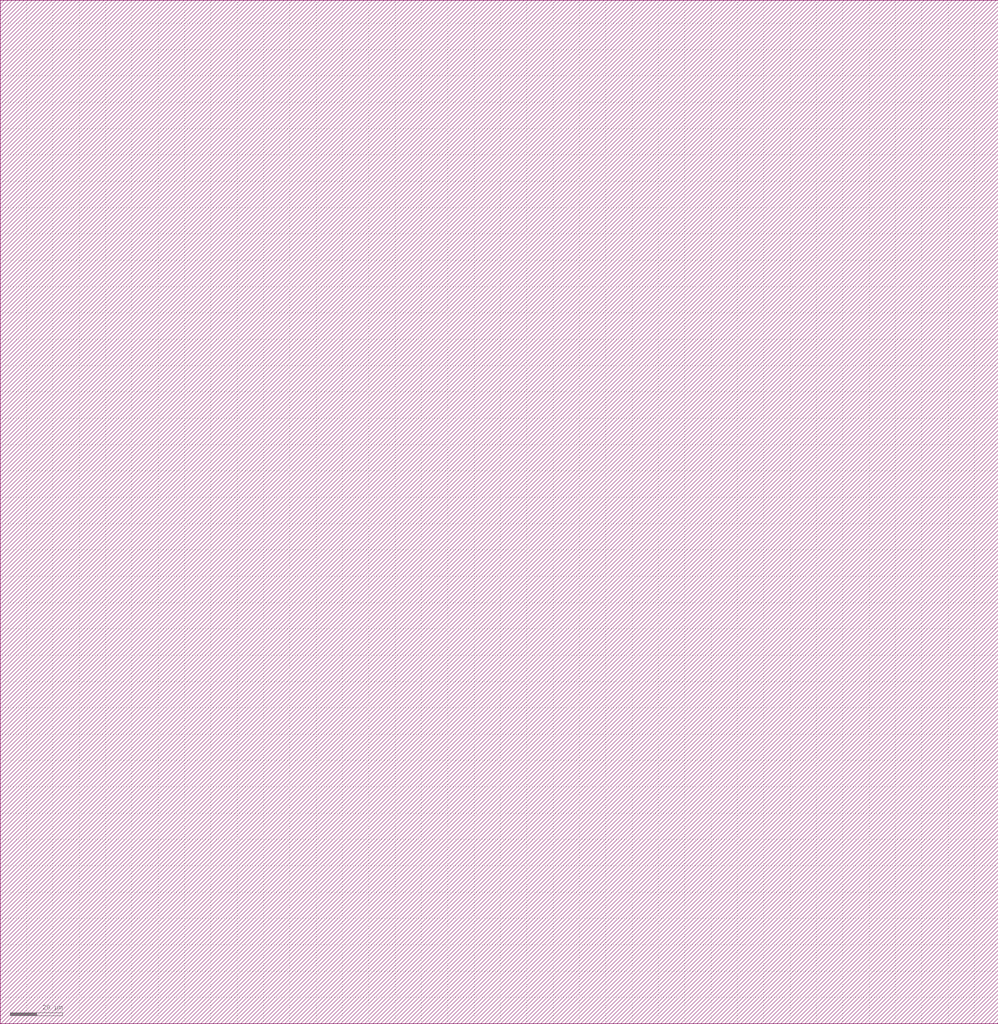
<source format=lef>
VERSION 5.6 ;

BUSBITCHARS "[]" ;

DIVIDERCHAR "/" ;

UNITS
    DATABASE MICRONS 1000 ;
END UNITS

MANUFACTURINGGRID 0.005000 ; 

CLEARANCEMEASURE EUCLIDEAN ; 

USEMINSPACING OBS ON ; 

SITE CoreSite
    CLASS CORE ;
    SIZE 0.540000 BY 0.900000 ;
END CoreSite

LAYER m1
   TYPE ROUTING ;
   DIRECTION VERTICAL ;
   MINWIDTH 0.270000 ;
   WIDTH 0.270000 ;
   SPACINGTABLE
      PARALLELRUNLENGTH 0.0
      WIDTH 0.0 0.270000 ;
   PITCH 0.540000 0.540000 ;
END m1

LAYER v1
    TYPE CUT ;
    SPACING 0.270000 ;
    WIDTH 0.270000 ;
    ENCLOSURE ABOVE 0.090000 0.090000 ;
    ENCLOSURE BELOW 0.090000 0.090000 ;
END v1

LAYER m2
   TYPE ROUTING ;
   DIRECTION HORIZONTAL ;
   MINWIDTH 0.450000 ;
   WIDTH 0.450000 ;
   SPACINGTABLE
      PARALLELRUNLENGTH 0.0
      WIDTH 0.0 0.450000 ;
   PITCH 0.900000 0.900000 ;
END m2

LAYER v2
    TYPE CUT ;
    SPACING 0.270000 ;
    WIDTH 0.270000 ;
    ENCLOSURE ABOVE 0.090000 0.090000 ;
    ENCLOSURE BELOW 0.090000 0.090000 ;
END v2

LAYER m3
   TYPE ROUTING ;
   DIRECTION VERTICAL ;
   MINWIDTH 0.450000 ;
   WIDTH 0.450000 ;
   SPACINGTABLE
      PARALLELRUNLENGTH 0.0
      WIDTH 0.0 0.450000 ;
   PITCH 0.900000 0.900000 ;
END m3

LAYER v3
    TYPE CUT ;
    SPACING 0.270000 ;
    WIDTH 0.270000 ;
    ENCLOSURE ABOVE 0.090000 0.090000 ;
    ENCLOSURE BELOW 0.090000 0.090000 ;
END v3

LAYER m4
   TYPE ROUTING ;
   DIRECTION HORIZONTAL ;
   MINWIDTH 0.450000 ;
   WIDTH 0.450000 ;
   SPACINGTABLE
      PARALLELRUNLENGTH 0.0
      WIDTH 0.0 0.450000 ;
   PITCH 0.900000 0.900000 ;
END m4

LAYER v4
    TYPE CUT ;
    SPACING 0.270000 ;
    WIDTH 0.270000 ;
    ENCLOSURE ABOVE 0.090000 0.090000 ;
    ENCLOSURE BELOW 0.090000 0.090000 ;
END v4

LAYER m5
   TYPE ROUTING ;
   DIRECTION VERTICAL ;
   MINWIDTH 0.450000 ;
   WIDTH 0.450000 ;
   SPACINGTABLE
      PARALLELRUNLENGTH 0.0
      WIDTH 0.0 0.450000 ;
   PITCH 0.900000 0.900000 ;
END m5

LAYER v5
    TYPE CUT ;
    SPACING 0.270000 ;
    WIDTH 0.270000 ;
    ENCLOSURE ABOVE 0.090000 0.090000 ;
    ENCLOSURE BELOW 0.090000 0.090000 ;
END v5

LAYER m6
   TYPE ROUTING ;
   DIRECTION HORIZONTAL ;
   MINWIDTH 0.450000 ;
   WIDTH 0.450000 ;
   SPACINGTABLE
      PARALLELRUNLENGTH 0.0
      WIDTH 0.0 0.450000 ;
   PITCH 0.900000 0.900000 ;
END m6

LAYER OVERLAP
   TYPE OVERLAP ;
END OVERLAP

VIA v1_C DEFAULT
   LAYER m1 ;
     RECT -0.225000 -0.225000 0.225000 0.225000 ;
   LAYER v1 ;
     RECT -0.135000 -0.135000 0.135000 0.135000 ;
   LAYER m2 ;
     RECT -0.225000 -0.225000 0.225000 0.225000 ;
END v1_C

VIA v1_Ch
   LAYER m1 ;
     RECT -0.225000 -0.225000 0.225000 0.225000 ;
   LAYER v1 ;
     RECT -0.135000 -0.135000 0.135000 0.135000 ;
   LAYER m2 ;
     RECT -0.225000 -0.225000 0.225000 0.225000 ;
END v1_Ch

VIA v1_Cv
   LAYER m1 ;
     RECT -0.225000 -0.225000 0.225000 0.225000 ;
   LAYER v1 ;
     RECT -0.135000 -0.135000 0.135000 0.135000 ;
   LAYER m2 ;
     RECT -0.225000 -0.225000 0.225000 0.225000 ;
END v1_Cv

VIA v2_C DEFAULT
   LAYER m2 ;
     RECT -0.225000 -0.225000 0.225000 0.225000 ;
   LAYER v2 ;
     RECT -0.135000 -0.135000 0.135000 0.135000 ;
   LAYER m3 ;
     RECT -0.225000 -0.225000 0.225000 0.225000 ;
END v2_C

VIA v2_Ch
   LAYER m2 ;
     RECT -0.225000 -0.225000 0.225000 0.225000 ;
   LAYER v2 ;
     RECT -0.135000 -0.135000 0.135000 0.135000 ;
   LAYER m3 ;
     RECT -0.225000 -0.225000 0.225000 0.225000 ;
END v2_Ch

VIA v2_Cv
   LAYER m2 ;
     RECT -0.225000 -0.225000 0.225000 0.225000 ;
   LAYER v2 ;
     RECT -0.135000 -0.135000 0.135000 0.135000 ;
   LAYER m3 ;
     RECT -0.225000 -0.225000 0.225000 0.225000 ;
END v2_Cv

VIA v3_C DEFAULT
   LAYER m3 ;
     RECT -0.225000 -0.225000 0.225000 0.225000 ;
   LAYER v3 ;
     RECT -0.135000 -0.135000 0.135000 0.135000 ;
   LAYER m4 ;
     RECT -0.225000 -0.225000 0.225000 0.225000 ;
END v3_C

VIA v3_Ch
   LAYER m3 ;
     RECT -0.225000 -0.225000 0.225000 0.225000 ;
   LAYER v3 ;
     RECT -0.135000 -0.135000 0.135000 0.135000 ;
   LAYER m4 ;
     RECT -0.225000 -0.225000 0.225000 0.225000 ;
END v3_Ch

VIA v3_Cv
   LAYER m3 ;
     RECT -0.225000 -0.225000 0.225000 0.225000 ;
   LAYER v3 ;
     RECT -0.135000 -0.135000 0.135000 0.135000 ;
   LAYER m4 ;
     RECT -0.225000 -0.225000 0.225000 0.225000 ;
END v3_Cv

VIA v4_C DEFAULT
   LAYER m4 ;
     RECT -0.225000 -0.225000 0.225000 0.225000 ;
   LAYER v4 ;
     RECT -0.135000 -0.135000 0.135000 0.135000 ;
   LAYER m5 ;
     RECT -0.225000 -0.225000 0.225000 0.225000 ;
END v4_C

VIA v4_Ch
   LAYER m4 ;
     RECT -0.225000 -0.225000 0.225000 0.225000 ;
   LAYER v4 ;
     RECT -0.135000 -0.135000 0.135000 0.135000 ;
   LAYER m5 ;
     RECT -0.225000 -0.225000 0.225000 0.225000 ;
END v4_Ch

VIA v4_Cv
   LAYER m4 ;
     RECT -0.225000 -0.225000 0.225000 0.225000 ;
   LAYER v4 ;
     RECT -0.135000 -0.135000 0.135000 0.135000 ;
   LAYER m5 ;
     RECT -0.225000 -0.225000 0.225000 0.225000 ;
END v4_Cv

VIA v5_C DEFAULT
   LAYER m5 ;
     RECT -0.225000 -0.225000 0.225000 0.225000 ;
   LAYER v5 ;
     RECT -0.135000 -0.135000 0.135000 0.135000 ;
   LAYER m6 ;
     RECT -0.225000 -0.225000 0.225000 0.225000 ;
END v5_C

VIA v5_Ch
   LAYER m5 ;
     RECT -0.225000 -0.225000 0.225000 0.225000 ;
   LAYER v5 ;
     RECT -0.135000 -0.135000 0.135000 0.135000 ;
   LAYER m6 ;
     RECT -0.225000 -0.225000 0.225000 0.225000 ;
END v5_Ch

VIA v5_Cv
   LAYER m5 ;
     RECT -0.225000 -0.225000 0.225000 0.225000 ;
   LAYER v5 ;
     RECT -0.135000 -0.135000 0.135000 0.135000 ;
   LAYER m6 ;
     RECT -0.225000 -0.225000 0.225000 0.225000 ;
END v5_Cv

MACRO _0_0cell_0_0g0n_0x0
    CLASS CORE ;
    FOREIGN _0_0cell_0_0g0n_0x0 0.000000 0.000000 ;
    ORIGIN 0.000000 0.000000 ;
    SIZE 3.240000 BY 9.900000 ;
    SYMMETRY X Y ;
    SITE CoreSite ;
    PIN in_50_6
        DIRECTION INPUT ;
        USE SIGNAL ;
        PORT
        LAYER m1 ;
        RECT 0.540000 8.730000 0.810000 9.000000 ;
        END
    END in_50_6
    PIN out
        DIRECTION OUTPUT ;
        USE SIGNAL ;
        PORT
        LAYER m1 ;
        RECT 0.540000 0.900000 0.810000 1.170000 ;
        END
        ANTENNADIFFAREA 3.888000 ;
    END out
    PIN Vdd
        DIRECTION INPUT ;
        USE POWER ;
        PORT
        LAYER m1 ;
        RECT 1.620000 8.730000 1.890000 9.000000 ;
        END
        ANTENNADIFFAREA 3.888000 ;
    END Vdd
    PIN GND
        DIRECTION INPUT ;
        USE GROUND ;
        PORT
        LAYER m1 ;
        RECT 2.700000 8.730000 2.970000 9.000000 ;
        END
        ANTENNADIFFAREA 0.972000 ;
    END GND
    OBS
      LAYER m1 ;
         RECT 0.540000 1.620000 2.610000 8.190000 ;
    END
END _0_0cell_0_0g0n_0x0

MACRO _0_0std_0_0cells_0_0INVX1
    CLASS CORE ;
    FOREIGN _0_0std_0_0cells_0_0INVX1 0.000000 0.000000 ;
    ORIGIN 0.000000 0.000000 ;
    SIZE 2.700000 BY 6.300000 ;
    SYMMETRY X Y ;
    SITE CoreSite ;
    PIN A
        DIRECTION INPUT ;
        USE SIGNAL ;
        PORT
        LAYER m1 ;
        RECT 1.530000 4.770000 1.890000 4.860000 ;
        RECT 1.530000 4.590000 1.620000 4.770000 ;
        RECT 1.530000 4.500000 1.890000 4.590000 ;
        RECT 1.620000 4.860000 1.890000 5.400000 ;
        RECT 1.620000 4.590000 1.800000 4.770000 ;
        RECT 1.800000 4.590000 1.890000 4.770000 ;
        END
        ANTENNAGATEAREA 0.210600 ;
    END A
    PIN Y
        DIRECTION OUTPUT ;
        USE SIGNAL ;
        PORT
        LAYER m1 ;
        RECT 1.440000 3.690000 1.800000 3.780000 ;
        RECT 1.440000 3.510000 1.530000 3.690000 ;
        RECT 1.440000 3.420000 1.800000 3.510000 ;
        RECT 1.440000 1.890000 1.800000 1.980000 ;
        RECT 1.440000 1.710000 1.530000 1.890000 ;
        RECT 1.440000 1.620000 1.800000 1.710000 ;
        RECT 1.530000 3.510000 1.710000 3.690000 ;
        RECT 1.530000 2.610000 1.800000 3.420000 ;
        RECT 1.530000 2.340000 2.430000 2.610000 ;
        RECT 1.530000 1.980000 1.800000 2.340000 ;
        RECT 1.530000 1.710000 1.710000 1.890000 ;
        RECT 1.710000 3.510000 1.800000 3.690000 ;
        RECT 1.710000 1.710000 1.800000 1.890000 ;
        END
        ANTENNADIFFAREA 0.631800 ;
    END Y
    PIN Vdd
        DIRECTION INPUT ;
        USE POWER ;
        PORT
        LAYER m1 ;
        RECT 0.540000 4.140000 0.990000 4.230000 ;
        RECT 0.540000 3.870000 0.630000 4.140000 ;
        RECT 0.540000 3.780000 0.990000 3.870000 ;
        RECT 0.630000 4.050000 0.900000 4.140000 ;
        RECT 0.630000 3.870000 0.810000 4.050000 ;
        RECT 0.810000 3.870000 0.900000 4.050000 ;
        RECT 0.900000 3.870000 0.990000 4.140000 ;
        LAYER v1 ;
        RECT 0.630000 4.050000 0.900000 4.140000 ;
        RECT 0.630000 3.870000 0.810000 4.050000 ;
        RECT 0.810000 3.870000 0.900000 4.050000 ;
        LAYER m2 ;
        RECT 0.540000 4.140000 0.990000 5.400000 ;
        RECT 0.540000 3.870000 0.630000 4.140000 ;
        RECT 0.540000 3.780000 0.990000 3.870000 ;
        RECT 0.630000 4.050000 0.900000 4.140000 ;
        RECT 0.630000 3.870000 0.810000 4.050000 ;
        RECT 0.810000 3.870000 0.900000 4.050000 ;
        RECT 0.900000 3.870000 0.990000 4.140000 ;
        END
        ANTENNADIFFAREA 0.388800 ;
    END Vdd
    PIN GND
        DIRECTION INPUT ;
        USE GROUND ;
        PORT
        LAYER m1 ;
        RECT 0.450000 1.800000 0.900000 1.890000 ;
        RECT 0.450000 1.530000 0.540000 1.800000 ;
        RECT 0.450000 1.440000 0.900000 1.530000 ;
        RECT 0.540000 1.620000 0.630000 1.800000 ;
        RECT 0.540000 1.530000 0.810000 1.620000 ;
        RECT 0.630000 1.620000 0.810000 1.800000 ;
        RECT 0.810000 1.530000 0.900000 1.800000 ;
        LAYER v1 ;
        RECT 0.540000 1.620000 0.630000 1.800000 ;
        RECT 0.540000 1.530000 0.810000 1.620000 ;
        RECT 0.630000 1.620000 0.810000 1.800000 ;
        LAYER m2 ;
        RECT 0.450000 1.800000 0.900000 1.890000 ;
        RECT 0.450000 1.530000 0.540000 1.800000 ;
        RECT 0.450000 0.900000 0.900000 1.530000 ;
        RECT 0.540000 1.620000 0.630000 1.800000 ;
        RECT 0.540000 1.530000 0.810000 1.620000 ;
        RECT 0.630000 1.620000 0.810000 1.800000 ;
        RECT 0.810000 1.530000 0.900000 1.800000 ;
        END
        ANTENNADIFFAREA 0.243000 ;
    END GND
END _0_0std_0_0cells_0_0INVX1

MACRO _0_0std_0_0cells_0_0AND2X1
    CLASS CORE ;
    FOREIGN _0_0std_0_0cells_0_0AND2X1 0.000000 0.000000 ;
    ORIGIN 0.000000 0.000000 ;
    SIZE 5.400000 BY 7.200000 ;
    SYMMETRY X Y ;
    SITE CoreSite ;
    PIN A
        DIRECTION INPUT ;
        USE SIGNAL ;
        PORT
        LAYER m1 ;
        RECT 1.620000 6.030000 2.970000 6.300000 ;
        RECT 2.700000 5.760000 2.970000 6.030000 ;
        RECT 2.700000 5.670000 3.060000 5.760000 ;
        RECT 2.700000 5.490000 2.790000 5.670000 ;
        RECT 2.700000 5.400000 3.060000 5.490000 ;
        RECT 2.790000 5.490000 2.970000 5.670000 ;
        RECT 2.970000 5.490000 3.060000 5.670000 ;
        END
        ANTENNAGATEAREA 0.291600 ;
    END A
    PIN B
        DIRECTION INPUT ;
        USE SIGNAL ;
        PORT
        LAYER m1 ;
        RECT 1.620000 1.710000 1.980000 1.800000 ;
        RECT 1.620000 1.530000 1.710000 1.710000 ;
        RECT 1.620000 1.440000 1.980000 1.530000 ;
        RECT 1.620000 0.990000 1.890000 1.440000 ;
        RECT 1.710000 1.530000 1.890000 1.710000 ;
        RECT 1.890000 1.530000 1.980000 1.710000 ;
        END
        ANTENNAGATEAREA 0.291600 ;
    END B
    PIN Y
        DIRECTION OUTPUT ;
        USE SIGNAL ;
        PORT
        LAYER m1 ;
        RECT 3.960000 4.320000 4.320000 4.410000 ;
        RECT 3.960000 2.520000 4.320000 2.610000 ;
        RECT 3.960000 2.790000 4.320000 2.880000 ;
        RECT 3.960000 2.610000 4.050000 2.790000 ;
        RECT 4.050000 6.030000 5.130000 6.300000 ;
        RECT 4.050000 4.680000 4.320000 6.030000 ;
        RECT 3.960000 4.590000 4.320000 4.680000 ;
        RECT 3.960000 4.410000 4.050000 4.590000 ;
        RECT 4.050000 2.880000 4.320000 4.320000 ;
        RECT 4.050000 2.610000 4.230000 2.790000 ;
        RECT 4.050000 4.410000 4.230000 4.590000 ;
        RECT 4.230000 2.610000 4.320000 2.790000 ;
        RECT 4.230000 4.410000 4.320000 4.590000 ;
        END
        ANTENNADIFFAREA 0.631800 ;
    END Y
    PIN Vdd
        DIRECTION INPUT ;
        USE POWER ;
        PORT
        LAYER m1 ;
        RECT 1.620000 5.040000 2.070000 5.130000 ;
        RECT 1.620000 4.770000 1.710000 5.040000 ;
        RECT 1.620000 4.680000 2.070000 4.770000 ;
        RECT 1.710000 4.950000 1.980000 5.040000 ;
        RECT 1.710000 4.770000 1.890000 4.950000 ;
        RECT 1.890000 4.770000 1.980000 4.950000 ;
        RECT 1.980000 4.770000 2.070000 5.040000 ;
        RECT 2.970000 5.040000 3.420000 5.130000 ;
        RECT 2.970000 4.770000 3.060000 5.040000 ;
        RECT 2.970000 4.680000 3.420000 4.770000 ;
        RECT 3.060000 4.950000 3.330000 5.040000 ;
        RECT 3.060000 4.770000 3.150000 4.950000 ;
        RECT 3.150000 4.770000 3.330000 4.950000 ;
        RECT 3.330000 4.770000 3.420000 5.040000 ;
        LAYER v1 ;
        RECT 1.710000 4.950000 1.980000 5.040000 ;
        RECT 1.710000 4.770000 1.890000 4.950000 ;
        RECT 1.890000 4.770000 1.980000 4.950000 ;
        RECT 3.060000 4.950000 3.330000 5.040000 ;
        RECT 3.060000 4.770000 3.150000 4.950000 ;
        RECT 3.150000 4.770000 3.330000 4.950000 ;
        LAYER m2 ;
        RECT 0.630000 5.040000 3.420000 5.130000 ;
        RECT 0.630000 4.770000 1.710000 5.040000 ;
        RECT 0.630000 4.680000 3.420000 4.770000 ;
        RECT 1.710000 4.950000 1.980000 5.040000 ;
        RECT 1.710000 4.770000 1.890000 4.950000 ;
        RECT 1.890000 4.770000 1.980000 4.950000 ;
        RECT 1.980000 4.770000 3.060000 5.040000 ;
        RECT 3.060000 4.950000 3.330000 5.040000 ;
        RECT 3.060000 4.770000 3.150000 4.950000 ;
        RECT 3.150000 4.770000 3.330000 4.950000 ;
        RECT 3.330000 4.770000 3.420000 5.040000 ;
        END
        ANTENNADIFFAREA 0.777600 ;
    END Vdd
    PIN GND
        DIRECTION INPUT ;
        USE GROUND ;
        PORT
        LAYER m1 ;
        RECT 2.970000 2.250000 3.420000 2.340000 ;
        RECT 2.970000 1.980000 3.060000 2.250000 ;
        RECT 2.970000 1.890000 3.420000 1.980000 ;
        RECT 3.060000 2.070000 3.150000 2.250000 ;
        RECT 3.060000 1.980000 3.330000 2.070000 ;
        RECT 3.150000 2.070000 3.330000 2.250000 ;
        RECT 3.330000 1.980000 3.420000 2.250000 ;
        LAYER v1 ;
        RECT 3.060000 2.070000 3.150000 2.250000 ;
        RECT 3.060000 1.980000 3.330000 2.070000 ;
        RECT 3.150000 2.070000 3.330000 2.250000 ;
        LAYER m2 ;
        RECT 2.970000 2.250000 3.420000 2.340000 ;
        RECT 2.970000 1.980000 3.060000 2.250000 ;
        RECT 2.970000 0.900000 3.420000 1.980000 ;
        RECT 3.060000 2.070000 3.150000 2.250000 ;
        RECT 3.060000 1.980000 3.330000 2.070000 ;
        RECT 3.150000 2.070000 3.330000 2.250000 ;
        RECT 3.330000 1.980000 3.420000 2.250000 ;
        END
        ANTENNADIFFAREA 0.405000 ;
    END GND
    OBS
        LAYER m1 ;
        RECT 1.620000 3.690000 2.070000 3.780000 ;
        RECT 1.620000 3.420000 1.710000 3.690000 ;
        RECT 1.620000 3.330000 2.070000 3.420000 ;
        RECT 1.710000 3.420000 1.980000 3.690000 ;
        RECT 1.710000 2.790000 2.070000 2.880000 ;
        RECT 1.710000 2.610000 1.800000 2.790000 ;
        RECT 1.710000 2.520000 2.070000 2.610000 ;
        RECT 2.340000 4.590000 2.700000 4.680000 ;
        RECT 2.340000 4.410000 2.430000 4.590000 ;
        RECT 2.340000 4.320000 2.700000 4.410000 ;
        RECT 2.340000 3.780000 2.610000 4.320000 ;
        RECT 2.340000 3.690000 2.790000 3.780000 ;
        RECT 1.980000 3.420000 2.070000 3.690000 ;
        RECT 2.340000 3.330000 2.790000 3.420000 ;
        RECT 1.800000 2.880000 2.070000 3.330000 ;
        RECT 1.800000 2.610000 1.980000 2.790000 ;
        RECT 2.430000 4.410000 2.610000 4.590000 ;
        RECT 1.980000 2.610000 2.070000 2.790000 ;
        RECT 2.610000 4.410000 2.700000 4.590000 ;
        RECT 2.340000 3.420000 2.430000 3.690000 ;
        RECT 2.430000 3.420000 2.700000 3.690000 ;
        RECT 2.700000 3.420000 2.790000 3.690000 ;
        RECT 4.590000 3.690000 5.040000 3.780000 ;
        RECT 4.590000 3.420000 4.680000 3.690000 ;
        RECT 4.590000 3.330000 5.040000 3.420000 ;
        RECT 4.680000 3.600000 4.950000 3.690000 ;
        RECT 4.680000 3.420000 4.860000 3.600000 ;
        RECT 4.860000 3.420000 4.950000 3.600000 ;
        RECT 4.950000 3.420000 5.040000 3.690000 ;
        LAYER m2 ;
        RECT 1.620000 3.690000 5.040000 3.780000 ;
        RECT 1.620000 3.420000 1.710000 3.690000 ;
        RECT 1.620000 3.330000 5.040000 3.420000 ;
        RECT 1.710000 3.420000 1.980000 3.690000 ;
        RECT 1.980000 3.420000 2.430000 3.690000 ;
        RECT 2.430000 3.420000 2.700000 3.690000 ;
        RECT 2.700000 3.420000 4.680000 3.690000 ;
        RECT 4.680000 3.600000 4.950000 3.690000 ;
        RECT 4.680000 3.420000 4.860000 3.600000 ;
        RECT 4.860000 3.420000 4.950000 3.600000 ;
        RECT 4.950000 3.420000 5.040000 3.690000 ;
    END
END _0_0std_0_0cells_0_0AND2X1

MACRO _0_0std_0_0cells_0_0NOR2X1
    CLASS CORE ;
    FOREIGN _0_0std_0_0cells_0_0NOR2X1 0.000000 0.000000 ;
    ORIGIN 0.000000 0.000000 ;
    SIZE 3.780000 BY 7.200000 ;
    SYMMETRY X Y ;
    SITE CoreSite ;
    PIN A
        DIRECTION INPUT ;
        USE SIGNAL ;
        PORT
        LAYER m1 ;
        RECT 0.990000 2.070000 1.350000 2.160000 ;
        RECT 0.990000 1.890000 1.080000 2.070000 ;
        RECT 0.990000 1.800000 1.350000 1.890000 ;
        RECT 1.080000 1.890000 1.260000 2.070000 ;
        RECT 1.260000 1.890000 1.350000 2.070000 ;
        END
        ANTENNAGATEAREA 0.324000 ;
    END A
    PIN B
        DIRECTION INPUT ;
        USE SIGNAL ;
        PORT
        LAYER m1 ;
        RECT 1.710000 6.210000 2.070000 6.300000 ;
        RECT 1.710000 6.030000 1.800000 6.210000 ;
        RECT 1.710000 5.940000 2.070000 6.030000 ;
        RECT 1.800000 6.030000 1.980000 6.210000 ;
        RECT 1.980000 6.030000 2.070000 6.210000 ;
        END
        ANTENNAGATEAREA 0.324000 ;
    END B
    PIN Y
        DIRECTION OUTPUT ;
        USE SIGNAL ;
        PORT
        LAYER m1 ;
        RECT 1.350000 2.790000 1.800000 2.880000 ;
        RECT 1.350000 5.220000 1.800000 5.310000 ;
        RECT 1.350000 4.860000 1.800000 4.950000 ;
        RECT 1.440000 2.880000 1.710000 4.860000 ;
        RECT 1.350000 2.520000 1.440000 2.790000 ;
        RECT 1.350000 4.950000 1.440000 5.220000 ;
        RECT 1.440000 2.520000 1.710000 2.790000 ;
        RECT 1.350000 2.430000 1.800000 2.520000 ;
        RECT 1.440000 4.950000 1.710000 5.220000 ;
        RECT 1.710000 2.520000 1.800000 2.790000 ;
        RECT 1.710000 4.950000 1.800000 5.220000 ;
        RECT 2.880000 4.950000 3.060000 5.130000 ;
        LAYER v1 ;
        RECT 1.440000 4.950000 1.710000 5.220000 ;
        LAYER m2 ;
        RECT 1.440000 4.950000 1.710000 5.220000 ;
        RECT 1.710000 4.950000 1.800000 5.220000 ;
        END
        ANTENNADIFFAREA 2.551500 ;
    END Y
    PIN Vdd
        DIRECTION INPUT ;
        USE POWER ;
        PORT
        LAYER m1 ;
        RECT 0.540000 5.220000 0.990000 5.310000 ;
        RECT 0.540000 4.950000 0.630000 5.220000 ;
        RECT 0.540000 4.860000 0.990000 4.950000 ;
        RECT 0.630000 4.950000 0.900000 5.220000 ;
        RECT 0.900000 4.950000 0.990000 5.220000 ;
        RECT 2.790000 5.220000 3.060000 6.210000 ;
        RECT 2.790000 5.130000 3.150000 5.220000 ;
        RECT 2.790000 4.950000 2.880000 5.130000 ;
        RECT 2.790000 4.860000 3.150000 4.950000 ;
        RECT 3.060000 4.950000 3.150000 5.130000 ;
        LAYER v1 ;
        RECT 0.630000 4.950000 0.900000 5.220000 ;
        LAYER m2 ;
        RECT 0.540000 5.220000 1.800000 5.310000 ;
        RECT 0.540000 4.950000 0.630000 5.220000 ;
        RECT 0.540000 4.860000 1.800000 4.950000 ;
        RECT 0.630000 4.950000 0.900000 5.220000 ;
        RECT 0.900000 4.950000 1.440000 5.220000 ;
        END
        ANTENNADIFFAREA 0.850500 ;
    END Vdd
    PIN GND
        DIRECTION INPUT ;
        USE GROUND ;
        PORT
        LAYER m1 ;
        RECT 0.450000 2.700000 0.810000 2.790000 ;
        RECT 0.450000 2.520000 0.540000 2.700000 ;
        RECT 0.450000 2.430000 0.810000 2.520000 ;
        RECT 0.450000 1.530000 0.720000 2.430000 ;
        RECT 0.450000 1.440000 0.900000 1.530000 ;
        RECT 0.450000 1.170000 0.540000 1.440000 ;
        RECT 0.450000 1.080000 0.900000 1.170000 ;
        RECT 0.540000 2.520000 0.720000 2.700000 ;
        RECT 0.540000 1.170000 0.810000 1.440000 ;
        RECT 0.720000 2.520000 0.810000 2.700000 ;
        RECT 0.810000 1.170000 0.900000 1.440000 ;
        RECT 2.070000 1.440000 2.520000 1.530000 ;
        RECT 2.070000 1.170000 2.160000 1.440000 ;
        RECT 2.070000 1.080000 2.520000 1.170000 ;
        RECT 2.250000 1.530000 2.520000 2.430000 ;
        RECT 2.160000 1.170000 2.430000 1.440000 ;
        RECT 2.430000 1.170000 2.520000 1.440000 ;
        RECT 2.160000 2.430000 2.520000 2.520000 ;
        RECT 2.160000 2.700000 2.520000 2.790000 ;
        RECT 2.160000 2.520000 2.250000 2.700000 ;
        RECT 2.250000 2.520000 2.430000 2.700000 ;
        RECT 2.430000 2.520000 2.520000 2.700000 ;
        LAYER v1 ;
        RECT 0.540000 1.170000 0.810000 1.440000 ;
        RECT 2.160000 1.170000 2.430000 1.440000 ;
        LAYER m2 ;
        RECT 0.450000 1.440000 2.520000 1.530000 ;
        RECT 0.450000 1.170000 0.540000 1.440000 ;
        RECT 0.450000 1.080000 2.520000 1.170000 ;
        RECT 0.540000 1.170000 0.810000 1.440000 ;
        RECT 0.810000 1.170000 2.160000 1.440000 ;
        RECT 2.160000 1.170000 2.430000 1.440000 ;
        RECT 2.430000 1.170000 2.520000 1.440000 ;
        END
        ANTENNADIFFAREA 0.810000 ;
    END GND
END _0_0std_0_0cells_0_0NOR2X1

MACRO _0_0cell_0_0g0n1n2noo3na0n1n2naao_012oo3a012aaox0
    CLASS CORE ;
    FOREIGN _0_0cell_0_0g0n1n2noo3na0n1n2naao_012oo3a012aaox0 0.000000 0.000000 ;
    ORIGIN 0.000000 0.000000 ;
    SIZE 6.480000 BY 10.800000 ;
    SYMMETRY X Y ;
    SITE CoreSite ;
    PIN in_50_6
        DIRECTION INPUT ;
        USE SIGNAL ;
        PORT
        LAYER m1 ;
        RECT 0.540000 9.630000 0.810000 9.900000 ;
        END
    END in_50_6
    PIN in_51_6
        DIRECTION INPUT ;
        USE SIGNAL ;
        PORT
        LAYER m1 ;
        RECT 1.620000 9.630000 1.890000 9.900000 ;
        END
    END in_51_6
    PIN in_52_6
        DIRECTION INPUT ;
        USE SIGNAL ;
        PORT
        LAYER m1 ;
        RECT 2.700000 9.630000 2.970000 9.900000 ;
        END
    END in_52_6
    PIN in_53_6
        DIRECTION INPUT ;
        USE SIGNAL ;
        PORT
        LAYER m1 ;
        RECT 3.780000 9.630000 4.050000 9.900000 ;
        END
    END in_53_6
    PIN out
        DIRECTION OUTPUT ;
        USE SIGNAL ;
        PORT
        LAYER m1 ;
        RECT 0.540000 0.900000 0.810000 1.170000 ;
        END
        ANTENNADIFFAREA 2.138400 ;
    END out
    PIN Vdd
        DIRECTION INPUT ;
        USE POWER ;
        PORT
        LAYER m1 ;
        RECT 4.860000 9.630000 5.130000 9.900000 ;
        END
        ANTENNADIFFAREA 5.054400 ;
    END Vdd
    PIN GND
        DIRECTION INPUT ;
        USE GROUND ;
        PORT
        LAYER m1 ;
        RECT 5.940000 9.630000 6.210000 9.900000 ;
        END
        ANTENNADIFFAREA 1.944000 ;
    END GND
    OBS
      LAYER m1 ;
         RECT 0.540000 1.620000 5.850000 9.090000 ;
    END
END _0_0cell_0_0g0n1n2noo3na0n1n2naao_012oo3a012aaox0

MACRO _0_0cell_0_0g0n1na2no0n1noa_01o2a01aox0
    CLASS CORE ;
    FOREIGN _0_0cell_0_0g0n1na2no0n1noa_01o2a01aox0 0.000000 0.000000 ;
    ORIGIN 0.000000 0.000000 ;
    SIZE 5.400000 BY 7.200000 ;
    SYMMETRY X Y ;
    SITE CoreSite ;
    PIN in_50_6
        DIRECTION INPUT ;
        USE SIGNAL ;
        PORT
        LAYER m1 ;
        RECT 0.540000 6.030000 0.810000 6.300000 ;
        END
    END in_50_6
    PIN in_51_6
        DIRECTION INPUT ;
        USE SIGNAL ;
        PORT
        LAYER m1 ;
        RECT 1.620000 6.030000 1.890000 6.300000 ;
        END
    END in_51_6
    PIN in_52_6
        DIRECTION INPUT ;
        USE SIGNAL ;
        PORT
        LAYER m1 ;
        RECT 2.700000 6.030000 2.970000 6.300000 ;
        END
    END in_52_6
    PIN out
        DIRECTION OUTPUT ;
        USE SIGNAL ;
        PORT
        LAYER m1 ;
        RECT 0.540000 0.900000 0.810000 1.170000 ;
        END
        ANTENNADIFFAREA 1.603800 ;
    END out
    PIN Vdd
        DIRECTION INPUT ;
        USE POWER ;
        PORT
        LAYER m1 ;
        RECT 3.780000 6.030000 4.050000 6.300000 ;
        END
        ANTENNADIFFAREA 1.652400 ;
    END Vdd
    PIN GND
        DIRECTION INPUT ;
        USE GROUND ;
        PORT
        LAYER m1 ;
        RECT 4.860000 6.030000 5.130000 6.300000 ;
        END
        ANTENNADIFFAREA 0.972000 ;
    END GND
    OBS
      LAYER m1 ;
         RECT 0.540000 1.620000 4.770000 5.490000 ;
    END
END _0_0cell_0_0g0n1na2no0n1noa_01o2a01aox0

MACRO _0_0cell_0_0g0n_0x2
    CLASS CORE ;
    FOREIGN _0_0cell_0_0g0n_0x2 0.000000 0.000000 ;
    ORIGIN 0.000000 0.000000 ;
    SIZE 2.160000 BY 5.400000 ;
    SYMMETRY X Y ;
    SITE CoreSite ;
    PIN in_50_6
        DIRECTION INPUT ;
        USE SIGNAL ;
        PORT
        LAYER m1 ;
        RECT 0.540000 4.230000 0.810000 4.500000 ;
        END
    END in_50_6
    PIN out
        DIRECTION OUTPUT ;
        USE SIGNAL ;
        PORT
        LAYER m1 ;
        RECT 0.540000 0.900000 0.810000 1.170000 ;
        END
        ANTENNADIFFAREA 0.631800 ;
    END out
    PIN Vdd
        DIRECTION INPUT ;
        USE POWER ;
        PORT
        LAYER m1 ;
        RECT 1.080000 4.230000 1.350000 4.500000 ;
        END
        ANTENNADIFFAREA 0.388800 ;
    END Vdd
    PIN GND
        DIRECTION INPUT ;
        USE GROUND ;
        PORT
        LAYER m1 ;
        RECT 1.620000 4.230000 1.890000 4.500000 ;
        END
        ANTENNADIFFAREA 0.243000 ;
    END GND
    OBS
      LAYER m1 ;
         RECT 0.540000 1.620000 1.530000 3.690000 ;
    END
END _0_0cell_0_0g0n_0x2

MACRO _0_0std_0_0cells_0_0OR2X1
    CLASS CORE ;
    FOREIGN _0_0std_0_0cells_0_0OR2X1 0.000000 0.000000 ;
    ORIGIN 0.000000 0.000000 ;
    SIZE 4.860000 BY 6.300000 ;
    SYMMETRY X Y ;
    SITE CoreSite ;
    PIN A
        DIRECTION INPUT ;
        USE SIGNAL ;
        PORT
        LAYER m1 ;
        RECT 1.710000 5.940000 2.070000 6.030000 ;
        RECT 1.710000 5.760000 1.800000 5.940000 ;
        RECT 1.710000 5.670000 2.070000 5.760000 ;
        RECT 1.800000 5.760000 1.980000 5.940000 ;
        RECT 1.980000 5.760000 2.070000 5.940000 ;
        END
        ANTENNAGATEAREA 0.324000 ;
    END A
    PIN B
        DIRECTION INPUT ;
        USE SIGNAL ;
        PORT
        LAYER m1 ;
        RECT 0.990000 5.310000 1.350000 5.400000 ;
        RECT 0.990000 5.130000 1.080000 5.310000 ;
        RECT 0.990000 5.040000 1.350000 5.130000 ;
        RECT 1.080000 5.130000 1.260000 5.310000 ;
        RECT 1.260000 5.130000 1.350000 5.310000 ;
        END
        ANTENNAGATEAREA 0.324000 ;
    END B
    PIN Y
        DIRECTION OUTPUT ;
        USE SIGNAL ;
        PORT
        LAYER m1 ;
        RECT 3.150000 1.530000 3.510000 1.620000 ;
        RECT 3.240000 1.890000 3.510000 3.600000 ;
        RECT 3.150000 3.870000 3.510000 3.960000 ;
        RECT 3.150000 3.600000 3.510000 3.690000 ;
        RECT 3.150000 1.800000 3.510000 1.890000 ;
        RECT 3.150000 1.620000 3.240000 1.800000 ;
        RECT 3.150000 3.690000 3.240000 3.870000 ;
        RECT 3.240000 1.620000 3.420000 1.800000 ;
        RECT 3.240000 3.690000 3.420000 3.870000 ;
        RECT 3.420000 1.620000 3.510000 1.800000 ;
        RECT 3.420000 3.690000 3.510000 3.870000 ;
        END
        ANTENNADIFFAREA 2.211300 ;
    END Y
    PIN Vdd
        DIRECTION INPUT ;
        USE POWER ;
        PORT
        LAYER m1 ;
        RECT 2.070000 3.870000 2.430000 3.960000 ;
        RECT 2.070000 3.690000 2.160000 3.870000 ;
        RECT 2.070000 3.600000 2.430000 3.690000 ;
        RECT 2.160000 3.960000 2.430000 5.400000 ;
        RECT 2.160000 3.690000 2.340000 3.870000 ;
        RECT 2.340000 3.690000 2.430000 3.870000 ;
        END
        ANTENNADIFFAREA 0.615600 ;
    END Vdd
    PIN GND
        DIRECTION INPUT ;
        USE GROUND ;
        PORT
        LAYER m1 ;
        RECT 0.450000 1.890000 0.900000 1.980000 ;
        RECT 0.450000 1.620000 0.540000 1.890000 ;
        RECT 0.450000 1.530000 0.900000 1.620000 ;
        RECT 0.540000 1.620000 0.810000 1.890000 ;
        RECT 0.810000 1.620000 0.900000 1.890000 ;
        RECT 1.980000 1.530000 2.430000 1.620000 ;
        RECT 1.980000 1.890000 2.430000 1.980000 ;
        RECT 1.980000 1.620000 2.070000 1.890000 ;
        RECT 2.070000 1.620000 2.340000 1.890000 ;
        RECT 2.340000 1.620000 2.430000 1.890000 ;
        LAYER v1 ;
        RECT 0.540000 1.620000 0.810000 1.890000 ;
        RECT 2.070000 1.620000 2.340000 1.890000 ;
        LAYER m2 ;
        RECT 0.450000 1.890000 2.430000 1.980000 ;
        RECT 0.450000 1.620000 0.540000 1.890000 ;
        RECT 0.450000 1.530000 2.430000 1.620000 ;
        RECT 0.540000 1.620000 0.810000 1.890000 ;
        RECT 0.810000 1.620000 2.070000 1.890000 ;
        RECT 2.070000 1.620000 2.340000 1.890000 ;
        RECT 2.340000 1.620000 2.430000 1.890000 ;
        END
        ANTENNADIFFAREA 0.607500 ;
    END GND
    OBS
        LAYER m1 ;
        RECT 0.360000 3.960000 0.810000 4.050000 ;
        RECT 0.360000 3.690000 0.450000 3.960000 ;
        RECT 0.360000 3.600000 0.810000 3.690000 ;
        RECT 0.360000 2.970000 0.810000 3.060000 ;
        RECT 0.360000 2.700000 0.450000 2.970000 ;
        RECT 0.360000 2.610000 0.810000 2.700000 ;
        RECT 0.450000 3.690000 0.720000 3.960000 ;
        RECT 0.450000 3.060000 0.720000 3.600000 ;
        RECT 0.450000 2.700000 0.720000 2.970000 ;
        RECT 0.720000 3.690000 0.810000 3.960000 ;
        RECT 0.720000 2.700000 0.810000 2.970000 ;
        RECT 1.260000 1.530000 1.710000 1.620000 ;
        RECT 1.350000 0.810000 1.620000 1.530000 ;
        RECT 1.350000 0.720000 1.800000 0.810000 ;
        RECT 1.350000 0.450000 1.440000 0.720000 ;
        RECT 1.350000 0.360000 1.800000 0.450000 ;
        RECT 1.440000 0.450000 1.710000 0.720000 ;
        RECT 2.340000 0.720000 2.790000 0.810000 ;
        RECT 1.710000 0.450000 1.800000 0.720000 ;
        RECT 2.340000 0.360000 2.790000 0.450000 ;
        RECT 1.260000 2.970000 1.710000 3.060000 ;
        RECT 1.260000 2.700000 1.350000 2.970000 ;
        RECT 1.260000 2.610000 1.710000 2.700000 ;
        RECT 1.260000 1.890000 1.710000 1.980000 ;
        RECT 1.260000 1.620000 1.350000 1.890000 ;
        RECT 2.340000 0.450000 2.430000 0.720000 ;
        RECT 1.350000 2.700000 1.620000 2.970000 ;
        RECT 1.350000 1.980000 1.620000 2.610000 ;
        RECT 1.350000 1.620000 1.620000 1.890000 ;
        RECT 2.430000 0.450000 2.700000 0.720000 ;
        RECT 1.620000 2.700000 1.710000 2.970000 ;
        RECT 1.620000 1.620000 1.710000 1.890000 ;
        RECT 2.700000 0.450000 2.790000 0.720000 ;
        LAYER m2 ;
        RECT 0.360000 2.970000 1.710000 3.060000 ;
        RECT 0.360000 2.700000 0.450000 2.970000 ;
        RECT 0.360000 2.610000 1.710000 2.700000 ;
        RECT 0.450000 2.700000 0.720000 2.970000 ;
        RECT 0.720000 2.700000 1.350000 2.970000 ;
        RECT 1.350000 2.700000 1.620000 2.970000 ;
        RECT 1.350000 0.720000 2.790000 0.810000 ;
        RECT 1.350000 0.450000 1.440000 0.720000 ;
        RECT 1.350000 0.360000 2.790000 0.450000 ;
        RECT 1.620000 2.700000 1.710000 2.970000 ;
        RECT 1.440000 0.450000 1.710000 0.720000 ;
        RECT 1.710000 0.450000 2.430000 0.720000 ;
        RECT 2.430000 0.450000 2.700000 0.720000 ;
        RECT 2.700000 0.450000 2.790000 0.720000 ;
    END
END _0_0std_0_0cells_0_0OR2X1

MACRO _0_0std_0_0cells_0_0LATCH
    CLASS CORE ;
    FOREIGN _0_0std_0_0cells_0_0LATCH 0.000000 0.000000 ;
    ORIGIN 0.000000 0.000000 ;
    SIZE 8.640000 BY 7.200000 ;
    SYMMETRY X Y ;
    SITE CoreSite ;
    PIN CLK
        DIRECTION INPUT ;
        USE SIGNAL ;
        PORT
        LAYER m1 ;
        RECT 2.700000 5.220000 2.970000 6.300000 ;
        RECT 2.700000 5.130000 3.060000 5.220000 ;
        RECT 2.700000 4.950000 2.790000 5.130000 ;
        RECT 2.700000 4.860000 3.060000 4.950000 ;
        RECT 2.790000 4.950000 2.970000 5.130000 ;
        RECT 2.970000 4.950000 3.060000 5.130000 ;
        END
        ANTENNAGATEAREA 0.729000 ;
    END CLK
    PIN D
        DIRECTION INPUT ;
        USE SIGNAL ;
        PORT
        LAYER m1 ;
        RECT 6.750000 2.970000 8.370000 3.060000 ;
        RECT 6.750000 2.790000 6.840000 2.970000 ;
        RECT 6.750000 2.700000 7.110000 2.790000 ;
        RECT 6.840000 2.790000 7.020000 2.970000 ;
        RECT 7.020000 2.790000 8.370000 2.970000 ;
        END
        ANTENNAGATEAREA 0.486000 ;
    END D
    PIN Q
        DIRECTION OUTPUT ;
        USE SIGNAL ;
        PORT
        LAYER m1 ;
        RECT 0.540000 4.770000 0.810000 6.300000 ;
        RECT 0.540000 4.680000 0.990000 4.770000 ;
        RECT 0.540000 4.410000 0.630000 4.680000 ;
        RECT 0.540000 4.320000 0.990000 4.410000 ;
        RECT 0.540000 1.980000 0.810000 4.320000 ;
        RECT 0.540000 1.890000 0.900000 1.980000 ;
        RECT 0.540000 1.710000 0.630000 1.890000 ;
        RECT 0.540000 1.620000 0.900000 1.710000 ;
        RECT 0.630000 4.500000 0.810000 4.680000 ;
        RECT 0.630000 4.410000 0.900000 4.500000 ;
        RECT 0.630000 1.710000 0.810000 1.890000 ;
        RECT 0.810000 4.500000 0.900000 4.680000 ;
        RECT 0.900000 4.410000 0.990000 4.680000 ;
        RECT 0.810000 1.710000 0.900000 1.890000 ;
        RECT 5.670000 4.770000 6.120000 4.860000 ;
        RECT 5.670000 4.680000 5.850000 4.770000 ;
        RECT 5.670000 4.410000 5.760000 4.680000 ;
        RECT 5.670000 4.320000 6.120000 4.410000 ;
        RECT 5.850000 4.680000 6.030000 4.770000 ;
        RECT 5.760000 4.590000 5.850000 4.680000 ;
        RECT 5.760000 4.410000 6.030000 4.590000 ;
        RECT 5.850000 4.590000 6.030000 4.680000 ;
        RECT 6.030000 4.410000 6.120000 4.770000 ;
        LAYER v1 ;
        RECT 0.630000 4.500000 0.810000 4.680000 ;
        RECT 0.630000 4.410000 0.900000 4.500000 ;
        RECT 0.810000 4.500000 0.900000 4.680000 ;
        RECT 5.760000 4.590000 5.850000 4.680000 ;
        RECT 5.760000 4.410000 6.030000 4.590000 ;
        RECT 5.850000 4.590000 6.030000 4.680000 ;
        LAYER m2 ;
        RECT 0.540000 4.680000 6.120000 4.770000 ;
        RECT 0.540000 4.410000 0.630000 4.680000 ;
        RECT 0.540000 4.320000 6.120000 4.410000 ;
        RECT 0.630000 4.500000 0.810000 4.680000 ;
        RECT 0.630000 4.410000 0.900000 4.500000 ;
        RECT 0.810000 4.500000 0.900000 4.680000 ;
        RECT 0.900000 4.410000 5.760000 4.680000 ;
        RECT 5.760000 4.590000 5.850000 4.680000 ;
        RECT 5.760000 4.410000 6.030000 4.590000 ;
        RECT 5.850000 4.590000 6.030000 4.680000 ;
        RECT 6.030000 4.410000 6.120000 4.680000 ;
        END
        ANTENNAGATEAREA 0.324000 ;
        ANTENNADIFFAREA 1.215000 ;
    END Q
    PIN Vdd
        DIRECTION INPUT ;
        USE POWER ;
        PORT
        LAYER m1 ;
        RECT 1.260000 5.580000 1.710000 5.670000 ;
        RECT 1.260000 5.310000 1.350000 5.580000 ;
        RECT 1.260000 5.220000 1.710000 5.310000 ;
        RECT 1.350000 5.310000 1.620000 5.580000 ;
        RECT 1.620000 5.310000 1.710000 5.580000 ;
        RECT 1.440000 4.770000 1.710000 5.220000 ;
        RECT 1.440000 4.680000 1.800000 4.770000 ;
        RECT 1.440000 4.500000 1.530000 4.680000 ;
        RECT 1.440000 4.410000 1.800000 4.500000 ;
        RECT 1.530000 4.500000 1.710000 4.680000 ;
        RECT 1.710000 4.500000 1.800000 4.680000 ;
        RECT 6.390000 5.580000 6.840000 5.670000 ;
        RECT 6.390000 5.310000 6.480000 5.580000 ;
        RECT 6.390000 5.220000 6.840000 5.310000 ;
        RECT 6.480000 5.310000 6.750000 5.580000 ;
        RECT 6.750000 5.310000 6.840000 5.580000 ;
        RECT 6.480000 5.130000 6.840000 5.220000 ;
        RECT 6.480000 4.950000 6.570000 5.130000 ;
        RECT 6.480000 4.860000 6.840000 4.950000 ;
        RECT 6.570000 4.950000 6.750000 5.130000 ;
        RECT 6.750000 4.950000 6.840000 5.130000 ;
        LAYER v1 ;
        RECT 1.350000 5.310000 1.620000 5.580000 ;
        RECT 6.480000 5.310000 6.750000 5.580000 ;
        LAYER m2 ;
        RECT 1.260000 5.580000 6.840000 5.670000 ;
        RECT 1.260000 5.310000 1.350000 5.580000 ;
        RECT 1.260000 5.220000 6.840000 5.310000 ;
        RECT 1.350000 5.310000 1.620000 5.580000 ;
        RECT 1.620000 5.310000 6.480000 5.580000 ;
        RECT 6.480000 5.310000 6.750000 5.580000 ;
        RECT 6.750000 5.310000 6.840000 5.580000 ;
        END
        ANTENNADIFFAREA 1.701000 ;
    END Vdd
    PIN GND
        DIRECTION INPUT ;
        USE GROUND ;
        PORT
        LAYER m1 ;
        RECT 1.440000 1.350000 1.800000 1.440000 ;
        RECT 1.440000 1.170000 1.530000 1.350000 ;
        RECT 1.440000 1.080000 1.890000 1.170000 ;
        RECT 1.440000 0.810000 1.530000 1.080000 ;
        RECT 1.440000 0.720000 1.890000 0.810000 ;
        RECT 1.530000 1.170000 1.710000 1.350000 ;
        RECT 1.530000 0.810000 1.800000 1.080000 ;
        RECT 1.710000 1.170000 1.800000 1.350000 ;
        RECT 1.800000 0.810000 1.890000 1.080000 ;
        RECT 6.030000 1.080000 6.480000 1.170000 ;
        RECT 6.030000 0.810000 6.120000 1.080000 ;
        RECT 6.030000 0.720000 6.480000 0.810000 ;
        RECT 6.120000 0.810000 6.390000 1.080000 ;
        RECT 6.390000 0.810000 6.480000 1.080000 ;
        RECT 6.120000 1.350000 6.480000 1.440000 ;
        RECT 6.120000 1.170000 6.210000 1.350000 ;
        RECT 6.210000 1.170000 6.390000 1.350000 ;
        RECT 6.390000 1.170000 6.480000 1.350000 ;
        LAYER v1 ;
        RECT 1.530000 0.810000 1.800000 1.080000 ;
        RECT 6.120000 0.810000 6.390000 1.080000 ;
        LAYER m2 ;
        RECT 1.440000 1.080000 6.480000 1.170000 ;
        RECT 1.440000 0.810000 1.530000 1.080000 ;
        RECT 1.440000 0.720000 6.480000 0.810000 ;
        RECT 1.530000 0.810000 1.800000 1.080000 ;
        RECT 1.800000 0.810000 6.120000 1.080000 ;
        RECT 6.120000 0.810000 6.390000 1.080000 ;
        RECT 6.390000 0.810000 6.480000 1.080000 ;
        END
        ANTENNADIFFAREA 1.134000 ;
    END GND
    OBS
        LAYER m1 ;
        RECT 0.810000 0.450000 1.170000 0.540000 ;
        RECT 0.810000 0.270000 0.900000 0.450000 ;
        RECT 0.810000 0.180000 4.050000 0.270000 ;
        RECT 0.900000 0.270000 1.080000 0.450000 ;
        RECT 1.080000 0.270000 4.050000 0.450000 ;
        RECT 2.160000 1.620000 2.520000 1.710000 ;
        RECT 3.780000 1.080000 4.140000 1.170000 ;
        RECT 2.160000 3.690000 2.520000 3.780000 ;
        RECT 2.160000 3.510000 2.250000 3.690000 ;
        RECT 2.160000 3.420000 2.520000 3.510000 ;
        RECT 2.160000 1.890000 2.520000 1.980000 ;
        RECT 2.160000 1.710000 2.250000 1.890000 ;
        RECT 3.780000 0.450000 4.050000 1.080000 ;
        RECT 2.250000 3.510000 2.430000 3.690000 ;
        RECT 2.250000 2.970000 2.520000 3.420000 ;
        RECT 2.250000 2.880000 2.700000 2.970000 ;
        RECT 2.250000 2.610000 2.340000 2.880000 ;
        RECT 2.250000 2.520000 2.700000 2.610000 ;
        RECT 2.250000 1.980000 2.520000 2.520000 ;
        RECT 2.250000 1.710000 2.430000 1.890000 ;
        RECT 3.060000 1.620000 3.510000 1.710000 ;
        RECT 2.430000 3.510000 2.520000 3.690000 ;
        RECT 2.340000 2.610000 2.610000 2.880000 ;
        RECT 2.430000 1.710000 2.520000 1.890000 ;
        RECT 3.780000 1.440000 4.050000 3.420000 ;
        RECT 3.780000 1.350000 4.140000 1.440000 ;
        RECT 3.780000 1.170000 3.870000 1.350000 ;
        RECT 2.610000 2.610000 2.700000 2.880000 ;
        RECT 3.870000 1.170000 4.050000 1.350000 ;
        RECT 4.320000 2.880000 4.770000 2.970000 ;
        RECT 4.320000 2.610000 4.410000 2.880000 ;
        RECT 4.320000 2.520000 4.770000 2.610000 ;
        RECT 4.680000 1.620000 5.760000 1.710000 ;
        RECT 4.050000 1.170000 4.140000 1.350000 ;
        RECT 4.410000 2.790000 4.680000 2.880000 ;
        RECT 4.410000 2.610000 4.590000 2.790000 ;
        RECT 4.590000 2.610000 4.680000 2.790000 ;
        RECT 4.680000 1.890000 5.760000 1.980000 ;
        RECT 4.680000 1.710000 4.770000 1.890000 ;
        RECT 3.060000 3.780000 3.510000 3.870000 ;
        RECT 3.060000 3.510000 3.150000 3.780000 ;
        RECT 3.060000 3.420000 3.510000 3.510000 ;
        RECT 3.060000 1.980000 3.510000 2.070000 ;
        RECT 3.060000 1.710000 3.150000 1.980000 ;
        RECT 4.680000 2.610000 4.770000 2.880000 ;
        RECT 4.770000 1.710000 4.950000 1.890000 ;
        RECT 3.150000 3.690000 3.420000 3.780000 ;
        RECT 3.150000 3.510000 3.330000 3.690000 ;
        RECT 3.150000 1.890000 3.420000 1.980000 ;
        RECT 3.150000 1.710000 3.330000 1.890000 ;
        RECT 4.950000 1.710000 5.490000 1.890000 ;
        RECT 3.330000 3.510000 3.420000 3.690000 ;
        RECT 3.780000 3.420000 4.140000 3.510000 ;
        RECT 3.330000 1.710000 3.420000 1.890000 ;
        RECT 5.310000 3.780000 5.760000 3.870000 ;
        RECT 5.310000 3.510000 5.400000 3.780000 ;
        RECT 5.310000 3.420000 5.760000 3.510000 ;
        RECT 5.490000 1.710000 5.670000 1.890000 ;
        RECT 6.930000 1.620000 7.380000 1.710000 ;
        RECT 3.420000 3.510000 3.510000 3.780000 ;
        RECT 3.420000 1.710000 3.510000 1.980000 ;
        RECT 5.400000 3.690000 5.670000 3.780000 ;
        RECT 5.400000 3.510000 5.490000 3.690000 ;
        RECT 5.670000 1.710000 5.760000 1.890000 ;
        RECT 5.490000 3.510000 5.670000 3.690000 ;
        RECT 3.780000 3.690000 4.140000 3.780000 ;
        RECT 3.780000 3.510000 3.870000 3.690000 ;
        RECT 5.670000 3.510000 5.760000 3.780000 ;
        RECT 3.870000 3.510000 4.050000 3.690000 ;
        RECT 4.680000 5.130000 5.040000 5.220000 ;
        RECT 4.680000 4.950000 4.770000 5.130000 ;
        RECT 4.680000 4.860000 5.040000 4.950000 ;
        RECT 4.050000 3.510000 4.140000 3.690000 ;
        RECT 4.770000 5.940000 7.380000 6.210000 ;
        RECT 4.770000 5.220000 5.040000 5.940000 ;
        RECT 4.770000 4.950000 4.950000 5.130000 ;
        RECT 7.110000 5.220000 7.380000 5.940000 ;
        RECT 4.950000 4.950000 5.040000 5.130000 ;
        RECT 6.930000 1.980000 7.380000 2.070000 ;
        RECT 6.930000 1.710000 7.020000 1.980000 ;
        RECT 7.110000 5.130000 7.470000 5.220000 ;
        RECT 7.110000 4.860000 7.470000 4.950000 ;
        RECT 7.020000 1.890000 7.290000 1.980000 ;
        RECT 7.020000 1.710000 7.110000 1.890000 ;
        RECT 7.110000 1.710000 7.290000 1.890000 ;
        RECT 7.110000 4.950000 7.200000 5.130000 ;
        RECT 7.290000 1.710000 7.380000 1.980000 ;
        RECT 7.200000 4.950000 7.380000 5.130000 ;
        RECT 7.380000 4.950000 7.470000 5.130000 ;
        LAYER m2 ;
        RECT 2.250000 2.880000 4.770000 2.970000 ;
        RECT 2.250000 2.610000 2.340000 2.880000 ;
        RECT 2.250000 2.520000 4.770000 2.610000 ;
        RECT 2.340000 2.610000 2.610000 2.880000 ;
        RECT 2.610000 2.610000 4.410000 2.880000 ;
        RECT 3.060000 1.980000 7.380000 2.070000 ;
        RECT 3.060000 1.710000 3.150000 1.980000 ;
        RECT 3.060000 1.620000 7.380000 1.710000 ;
        RECT 3.060000 3.780000 5.760000 3.870000 ;
        RECT 3.060000 3.510000 3.150000 3.780000 ;
        RECT 3.060000 3.420000 5.760000 3.510000 ;
        RECT 4.410000 2.790000 4.680000 2.880000 ;
        RECT 4.410000 2.610000 4.590000 2.790000 ;
        RECT 3.150000 1.890000 3.420000 1.980000 ;
        RECT 3.150000 1.710000 3.330000 1.890000 ;
        RECT 3.150000 3.690000 3.420000 3.780000 ;
        RECT 3.150000 3.510000 3.330000 3.690000 ;
        RECT 4.590000 2.610000 4.680000 2.790000 ;
        RECT 3.330000 1.710000 3.420000 1.890000 ;
        RECT 3.330000 3.510000 3.420000 3.690000 ;
        RECT 4.680000 2.610000 4.770000 2.880000 ;
        RECT 3.420000 1.710000 7.020000 1.980000 ;
        RECT 3.420000 3.510000 5.400000 3.780000 ;
        RECT 7.020000 1.890000 7.290000 1.980000 ;
        RECT 7.020000 1.710000 7.110000 1.890000 ;
        RECT 5.400000 3.690000 5.670000 3.780000 ;
        RECT 5.400000 3.510000 5.490000 3.690000 ;
        RECT 7.110000 1.710000 7.290000 1.890000 ;
        RECT 5.490000 3.510000 5.670000 3.690000 ;
        RECT 7.290000 1.710000 7.380000 1.980000 ;
        RECT 5.670000 3.510000 5.760000 3.780000 ;
    END
END _0_0std_0_0cells_0_0LATCH

MACRO _0_0std_0_0cells_0_0TIELOX1
    CLASS CORE ;
    FOREIGN _0_0std_0_0cells_0_0TIELOX1 0.000000 0.000000 ;
    ORIGIN 0.000000 0.000000 ;
    SIZE 2.700000 BY 4.500000 ;
    SYMMETRY X Y ;
    SITE CoreSite ;
    PIN Y
        DIRECTION OUTPUT ;
        USE SIGNAL ;
        PORT
        LAYER m1 ;
        RECT 1.440000 0.990000 2.430000 1.170000 ;
        RECT 1.440000 0.630000 1.800000 0.810000 ;
        RECT 1.440000 0.810000 1.530000 0.990000 ;
        RECT 1.530000 0.810000 1.710000 0.990000 ;
        RECT 1.710000 0.900000 2.430000 0.990000 ;
        RECT 1.710000 0.810000 1.800000 0.900000 ;
        END
        ANTENNADIFFAREA 0.178200 ;
    END Y
    PIN Vdd
        DIRECTION INPUT ;
        USE POWER ;
        PORT
        LAYER m1 ;
        RECT 0.540000 2.880000 0.810000 3.600000 ;
        RECT 0.540000 2.790000 0.900000 2.880000 ;
        RECT 0.540000 2.610000 0.630000 2.790000 ;
        RECT 0.540000 2.520000 0.900000 2.610000 ;
        RECT 0.630000 2.610000 0.810000 2.790000 ;
        RECT 0.810000 2.610000 0.900000 2.790000 ;
        END
        ANTENNADIFFAREA 0.178200 ;
    END Vdd
    PIN GND
        DIRECTION INPUT ;
        USE GROUND ;
        PORT
        LAYER m1 ;
        RECT 0.540000 1.080000 0.810000 1.170000 ;
        RECT 0.540000 0.990000 0.900000 1.080000 ;
        RECT 0.540000 0.810000 0.630000 0.990000 ;
        RECT 0.540000 0.720000 0.900000 0.810000 ;
        RECT 0.540000 0.630000 0.810000 0.720000 ;
        RECT 0.630000 0.810000 0.810000 0.990000 ;
        RECT 0.810000 0.810000 0.900000 0.990000 ;
        END
        ANTENNADIFFAREA 0.178200 ;
    END GND
    OBS
        LAYER m1 ;
        RECT 1.440000 3.510000 1.800000 3.600000 ;
        RECT 1.440000 3.330000 1.530000 3.510000 ;
        RECT 1.440000 3.240000 1.800000 3.330000 ;
        RECT 1.440000 2.880000 1.710000 3.240000 ;
        RECT 1.440000 2.790000 1.800000 2.880000 ;
        RECT 1.440000 2.520000 1.800000 2.610000 ;
        RECT 1.530000 3.330000 1.710000 3.510000 ;
        RECT 1.710000 3.330000 1.800000 3.510000 ;
        RECT 1.440000 2.610000 1.530000 2.790000 ;
        RECT 1.530000 2.610000 1.710000 2.790000 ;
        RECT 1.710000 2.610000 1.800000 2.790000 ;
    END
END _0_0std_0_0cells_0_0TIELOX1

MACRO _0_0cell_0_0g0n1n2naa_012aax0
    CLASS CORE ;
    FOREIGN _0_0cell_0_0g0n1n2naa_012aax0 0.000000 0.000000 ;
    ORIGIN 0.000000 0.000000 ;
    SIZE 6.480000 BY 7.200000 ;
    SYMMETRY X Y ;
    SITE CoreSite ;
    PIN in_50_6
        DIRECTION INPUT ;
        USE SIGNAL ;
        PORT
        LAYER m1 ;
        RECT 0.540000 6.030000 0.810000 6.300000 ;
        END
    END in_50_6
    PIN in_51_6
        DIRECTION INPUT ;
        USE SIGNAL ;
        PORT
        LAYER m1 ;
        RECT 1.620000 6.030000 1.890000 6.300000 ;
        END
    END in_51_6
    PIN in_52_6
        DIRECTION INPUT ;
        USE SIGNAL ;
        PORT
        LAYER m1 ;
        RECT 2.700000 6.030000 2.970000 6.300000 ;
        END
    END in_52_6
    PIN out
        DIRECTION OUTPUT ;
        USE SIGNAL ;
        PORT
        LAYER m1 ;
        RECT 0.540000 0.900000 0.810000 1.170000 ;
        END
        ANTENNADIFFAREA 0.194400 ;
    END out
    PIN Vdd
        DIRECTION INPUT ;
        USE POWER ;
        PORT
        LAYER m1 ;
        RECT 3.780000 6.030000 4.050000 6.300000 ;
        END
        ANTENNADIFFAREA 0.729000 ;
    END Vdd
    PIN GND
        DIRECTION INPUT ;
        USE GROUND ;
        PORT
        LAYER m1 ;
        RECT 4.860000 6.030000 5.130000 6.300000 ;
        END
        ANTENNADIFFAREA 0.631800 ;
    END GND
    OBS
      LAYER m1 ;
         RECT 0.540000 1.620000 5.850000 5.490000 ;
    END
END _0_0cell_0_0g0n1n2naa_012aax0

MACRO _0_0std_0_0cells_0_0TIEHIX1
    CLASS CORE ;
    FOREIGN _0_0std_0_0cells_0_0TIEHIX1 0.000000 0.000000 ;
    ORIGIN 0.000000 0.000000 ;
    SIZE 2.700000 BY 4.500000 ;
    SYMMETRY X Y ;
    SITE CoreSite ;
    PIN Y
        DIRECTION OUTPUT ;
        USE SIGNAL ;
        PORT
        LAYER m1 ;
        RECT 1.440000 2.790000 1.800000 2.880000 ;
        RECT 1.440000 2.520000 2.430000 2.610000 ;
        RECT 2.160000 2.790000 2.430000 3.600000 ;
        RECT 1.440000 2.610000 1.530000 2.790000 ;
        RECT 1.530000 2.610000 1.710000 2.790000 ;
        RECT 1.710000 2.610000 2.430000 2.790000 ;
        END
        ANTENNADIFFAREA 0.178200 ;
    END Y
    PIN Vdd
        DIRECTION INPUT ;
        USE POWER ;
        PORT
        LAYER m1 ;
        RECT 0.540000 2.880000 0.810000 3.600000 ;
        RECT 0.540000 2.790000 0.900000 2.880000 ;
        RECT 0.540000 2.610000 0.630000 2.790000 ;
        RECT 0.540000 2.520000 0.900000 2.610000 ;
        RECT 0.630000 2.610000 0.810000 2.790000 ;
        RECT 0.810000 2.610000 0.900000 2.790000 ;
        END
        ANTENNADIFFAREA 0.178200 ;
    END Vdd
    PIN GND
        DIRECTION INPUT ;
        USE GROUND ;
        PORT
        LAYER m1 ;
        RECT 0.540000 1.080000 0.810000 1.170000 ;
        RECT 0.540000 0.990000 0.900000 1.080000 ;
        RECT 0.540000 0.810000 0.630000 0.990000 ;
        RECT 0.540000 0.720000 0.900000 0.810000 ;
        RECT 0.630000 0.810000 0.810000 0.990000 ;
        RECT 0.810000 0.810000 0.900000 0.990000 ;
        END
        ANTENNADIFFAREA 0.178200 ;
    END GND
    OBS
        LAYER m1 ;
        RECT 1.440000 0.990000 1.800000 1.080000 ;
        RECT 1.440000 0.450000 1.800000 0.810000 ;
        RECT 1.440000 0.270000 1.530000 0.450000 ;
        RECT 1.440000 0.180000 1.800000 0.270000 ;
        RECT 1.530000 0.270000 1.710000 0.450000 ;
        RECT 1.440000 0.810000 1.530000 0.990000 ;
        RECT 1.710000 0.270000 1.800000 0.450000 ;
        RECT 1.530000 0.810000 1.710000 0.990000 ;
        RECT 1.710000 0.810000 1.800000 0.990000 ;
    END
END _0_0std_0_0cells_0_0TIEHIX1

MACRO _0_0cell_0_0g0n_0x1
    CLASS CORE ;
    FOREIGN _0_0cell_0_0g0n_0x1 0.000000 0.000000 ;
    ORIGIN 0.000000 0.000000 ;
    SIZE 2.160000 BY 4.500000 ;
    SYMMETRY X Y ;
    SITE CoreSite ;
    PIN in_50_6
        DIRECTION INPUT ;
        USE SIGNAL ;
        PORT
        LAYER m1 ;
        RECT 0.540000 3.330000 0.810000 3.600000 ;
        END
    END in_50_6
    PIN out
        DIRECTION OUTPUT ;
        USE SIGNAL ;
        PORT
        LAYER m1 ;
        RECT 0.540000 0.900000 0.810000 1.170000 ;
        END
        ANTENNADIFFAREA 0.534600 ;
    END out
    PIN Vdd
        DIRECTION INPUT ;
        USE POWER ;
        PORT
        LAYER m1 ;
        RECT 1.080000 3.330000 1.350000 3.600000 ;
        END
        ANTENNADIFFAREA 0.291600 ;
    END Vdd
    PIN GND
        DIRECTION INPUT ;
        USE GROUND ;
        PORT
        LAYER m1 ;
        RECT 1.620000 3.330000 1.890000 3.600000 ;
        END
        ANTENNADIFFAREA 0.243000 ;
    END GND
    OBS
      LAYER m1 ;
         RECT 0.540000 1.620000 1.530000 2.790000 ;
    END
END _0_0cell_0_0g0n_0x1

MACRO _0_0cell_0_0g0n1na_01ax0
    CLASS CORE ;
    FOREIGN _0_0cell_0_0g0n1na_01ax0 0.000000 0.000000 ;
    ORIGIN 0.000000 0.000000 ;
    SIZE 5.940000 BY 6.300000 ;
    SYMMETRY X Y ;
    SITE CoreSite ;
    PIN in_50_6
        DIRECTION INPUT ;
        USE SIGNAL ;
        PORT
        LAYER m1 ;
        RECT 0.540000 5.130000 0.810000 5.400000 ;
        END
    END in_50_6
    PIN in_51_6
        DIRECTION INPUT ;
        USE SIGNAL ;
        PORT
        LAYER m1 ;
        RECT 2.160000 5.130000 2.430000 5.400000 ;
        END
    END in_51_6
    PIN out
        DIRECTION OUTPUT ;
        USE SIGNAL ;
        PORT
        LAYER m1 ;
        RECT 0.540000 0.900000 0.810000 1.170000 ;
        END
        ANTENNADIFFAREA 0.194400 ;
    END out
    PIN Vdd
        DIRECTION INPUT ;
        USE POWER ;
        PORT
        LAYER m1 ;
        RECT 3.780000 5.130000 4.050000 5.400000 ;
        END
        ANTENNADIFFAREA 0.534600 ;
    END Vdd
    PIN GND
        DIRECTION INPUT ;
        USE GROUND ;
        PORT
        LAYER m1 ;
        RECT 5.400000 5.130000 5.670000 5.400000 ;
        END
        ANTENNADIFFAREA 0.469800 ;
    END GND
    OBS
      LAYER m1 ;
         RECT 0.540000 1.620000 5.310000 4.590000 ;
    END
END _0_0cell_0_0g0n1na_01ax0

MACRO _0_0std_0_0cells_0_0MUX2X1
    CLASS CORE ;
    FOREIGN _0_0std_0_0cells_0_0MUX2X1 0.000000 0.000000 ;
    ORIGIN 0.000000 0.000000 ;
    SIZE 8.100000 BY 8.100000 ;
    SYMMETRY X Y ;
    SITE CoreSite ;
    PIN A
        DIRECTION INPUT ;
        USE SIGNAL ;
        PORT
        LAYER m1 ;
        RECT 1.080000 6.210000 1.440000 7.740000 ;
        RECT 1.080000 6.030000 1.170000 6.210000 ;
        RECT 1.080000 5.940000 1.440000 6.030000 ;
        RECT 1.170000 6.030000 1.350000 6.210000 ;
        RECT 1.350000 6.030000 1.440000 6.210000 ;
        END
        ANTENNAGATEAREA 0.405000 ;
    END A
    PIN B
        DIRECTION INPUT ;
        USE SIGNAL ;
        PORT
        LAYER m1 ;
        RECT 5.490000 6.300000 5.760000 7.740000 ;
        RECT 5.490000 6.210000 6.210000 6.300000 ;
        RECT 5.490000 6.030000 5.670000 6.210000 ;
        RECT 5.490000 5.940000 6.210000 6.030000 ;
        RECT 5.670000 6.030000 5.850000 6.210000 ;
        RECT 5.850000 6.030000 6.210000 6.210000 ;
        END
        ANTENNAGATEAREA 0.405000 ;
    END B
    PIN S
        DIRECTION INPUT ;
        USE SIGNAL ;
        PORT
        LAYER m1 ;
        RECT 2.340000 0.450000 2.700000 0.540000 ;
        RECT 2.340000 0.270000 2.430000 0.450000 ;
        RECT 2.340000 0.180000 2.700000 0.270000 ;
        RECT 2.430000 0.270000 2.610000 0.450000 ;
        RECT 2.610000 0.270000 2.700000 0.450000 ;
        RECT 4.140000 6.210000 4.590000 6.300000 ;
        RECT 4.140000 6.030000 4.230000 6.210000 ;
        RECT 4.140000 5.940000 4.500000 6.030000 ;
        RECT 4.230000 6.030000 4.410000 6.210000 ;
        RECT 4.320000 6.300000 4.590000 7.740000 ;
        RECT 4.410000 6.030000 4.590000 6.210000 ;
        END
        ANTENNAGATEAREA 0.615600 ;
    END S
    PIN Y
        DIRECTION OUTPUT ;
        USE SIGNAL ;
        PORT
        LAYER m1 ;
        RECT 2.700000 1.980000 2.790000 2.250000 ;
        RECT 2.700000 1.890000 3.150000 1.980000 ;
        RECT 2.700000 2.250000 3.150000 2.340000 ;
        RECT 2.790000 2.070000 2.970000 2.250000 ;
        RECT 2.790000 1.980000 3.060000 2.070000 ;
        RECT 2.970000 2.070000 3.060000 2.250000 ;
        RECT 3.060000 1.980000 3.150000 2.250000 ;
        RECT 3.510000 4.770000 3.870000 4.860000 ;
        RECT 3.510000 4.590000 3.600000 4.770000 ;
        RECT 3.600000 4.590000 3.780000 4.770000 ;
        RECT 6.030000 2.250000 6.480000 2.340000 ;
        RECT 6.030000 1.980000 6.120000 2.250000 ;
        RECT 6.030000 1.890000 6.480000 1.980000 ;
        RECT 3.780000 4.590000 6.840000 4.770000 ;
        RECT 3.510000 4.500000 7.740000 4.590000 ;
        RECT 6.120000 2.070000 6.210000 2.250000 ;
        RECT 6.120000 1.980000 6.390000 2.070000 ;
        RECT 6.840000 4.590000 7.020000 4.770000 ;
        RECT 7.380000 2.250000 7.830000 2.340000 ;
        RECT 6.210000 2.070000 6.390000 2.250000 ;
        RECT 6.390000 1.980000 6.480000 2.250000 ;
        RECT 7.380000 1.890000 7.830000 1.980000 ;
        RECT 7.020000 4.590000 7.740000 4.770000 ;
        RECT 7.470000 2.340000 7.740000 4.500000 ;
        RECT 7.380000 1.980000 7.470000 2.250000 ;
        RECT 7.470000 1.980000 7.740000 2.250000 ;
        RECT 7.740000 1.980000 7.830000 2.250000 ;
        RECT 6.750000 4.770000 7.110000 4.860000 ;
        LAYER v1 ;
        RECT 2.790000 2.070000 2.970000 2.250000 ;
        RECT 2.790000 1.980000 3.060000 2.070000 ;
        RECT 2.970000 2.070000 3.060000 2.250000 ;
        RECT 6.120000 2.070000 6.210000 2.250000 ;
        RECT 6.120000 1.980000 6.390000 2.070000 ;
        RECT 6.210000 2.070000 6.390000 2.250000 ;
        RECT 7.470000 1.980000 7.740000 2.250000 ;
        LAYER m2 ;
        RECT 2.700000 2.250000 7.830000 2.340000 ;
        RECT 2.700000 1.980000 2.790000 2.250000 ;
        RECT 2.700000 1.890000 7.830000 1.980000 ;
        RECT 2.790000 2.070000 2.970000 2.250000 ;
        RECT 2.790000 1.980000 3.060000 2.070000 ;
        RECT 2.970000 2.070000 3.060000 2.250000 ;
        RECT 3.060000 1.980000 6.120000 2.250000 ;
        RECT 6.120000 2.070000 6.210000 2.250000 ;
        RECT 6.120000 1.980000 6.390000 2.070000 ;
        RECT 6.210000 2.070000 6.390000 2.250000 ;
        RECT 6.390000 1.980000 7.470000 2.250000 ;
        RECT 7.470000 1.980000 7.740000 2.250000 ;
        RECT 7.740000 1.980000 7.830000 2.250000 ;
        END
        ANTENNADIFFAREA 2.430000 ;
    END Y
    PIN Vdd
        DIRECTION INPUT ;
        USE POWER ;
        PORT
        LAYER m1 ;
        RECT 1.800000 5.580000 2.250000 5.670000 ;
        RECT 1.800000 5.310000 1.890000 5.580000 ;
        RECT 1.800000 5.220000 2.250000 5.310000 ;
        RECT 1.890000 5.670000 2.160000 6.030000 ;
        RECT 1.890000 5.400000 2.070000 5.580000 ;
        RECT 1.890000 5.310000 2.160000 5.400000 ;
        RECT 2.700000 6.300000 2.970000 7.740000 ;
        RECT 1.890000 6.030000 2.970000 6.300000 ;
        RECT 2.070000 5.400000 2.160000 5.580000 ;
        RECT 2.160000 5.310000 2.250000 5.580000 ;
        RECT 5.130000 5.400000 5.580000 5.490000 ;
        RECT 5.130000 5.130000 5.220000 5.400000 ;
        RECT 5.130000 5.040000 5.580000 5.130000 ;
        RECT 5.220000 5.310000 5.490000 5.400000 ;
        RECT 5.220000 5.130000 5.400000 5.310000 ;
        RECT 5.400000 5.130000 5.490000 5.310000 ;
        RECT 5.490000 5.130000 5.580000 5.400000 ;
        LAYER v1 ;
        RECT 1.890000 5.400000 2.070000 5.580000 ;
        RECT 1.890000 5.310000 2.160000 5.400000 ;
        RECT 2.070000 5.400000 2.160000 5.580000 ;
        RECT 5.220000 5.310000 5.490000 5.400000 ;
        RECT 5.220000 5.130000 5.400000 5.310000 ;
        RECT 5.400000 5.130000 5.490000 5.310000 ;
        LAYER m2 ;
        RECT 1.800000 5.580000 5.580000 5.670000 ;
        RECT 1.800000 5.310000 1.890000 5.580000 ;
        RECT 1.800000 5.220000 5.220000 5.310000 ;
        RECT 1.890000 5.400000 2.070000 5.580000 ;
        RECT 1.890000 5.310000 2.160000 5.400000 ;
        RECT 2.070000 5.400000 2.160000 5.580000 ;
        RECT 2.160000 5.310000 5.220000 5.400000 ;
        RECT 2.160000 5.400000 5.580000 5.580000 ;
        RECT 5.220000 5.310000 5.490000 5.400000 ;
        RECT 5.130000 5.130000 5.220000 5.220000 ;
        RECT 5.130000 5.040000 5.580000 5.130000 ;
        RECT 5.220000 5.130000 5.400000 5.310000 ;
        RECT 5.400000 5.130000 5.490000 5.310000 ;
        RECT 5.490000 5.130000 5.580000 5.400000 ;
        END
        ANTENNADIFFAREA 1.344600 ;
    END Vdd
    PIN GND
        DIRECTION INPUT ;
        USE GROUND ;
        PORT
        LAYER m1 ;
        RECT 1.080000 2.250000 1.440000 2.340000 ;
        RECT 1.080000 2.070000 1.170000 2.250000 ;
        RECT 1.080000 1.980000 1.440000 2.070000 ;
        RECT 1.080000 1.350000 1.350000 1.980000 ;
        RECT 1.080000 1.260000 1.530000 1.350000 ;
        RECT 1.080000 0.990000 1.170000 1.260000 ;
        RECT 1.080000 0.900000 1.530000 0.990000 ;
        RECT 1.170000 2.070000 1.350000 2.250000 ;
        RECT 1.170000 0.990000 1.440000 1.260000 ;
        RECT 1.350000 2.070000 1.440000 2.250000 ;
        RECT 1.440000 0.990000 1.530000 1.260000 ;
        RECT 4.320000 1.260000 4.770000 1.350000 ;
        RECT 4.320000 0.990000 4.410000 1.260000 ;
        RECT 4.320000 0.900000 4.770000 0.990000 ;
        RECT 4.410000 1.350000 4.680000 2.430000 ;
        RECT 4.410000 0.990000 4.680000 1.260000 ;
        RECT 4.680000 0.990000 4.770000 1.260000 ;
        RECT 4.320000 2.520000 4.410000 2.700000 ;
        RECT 4.320000 2.430000 4.680000 2.520000 ;
        RECT 4.410000 2.520000 4.590000 2.700000 ;
        RECT 4.320000 2.700000 4.680000 2.790000 ;
        RECT 4.590000 2.520000 4.680000 2.700000 ;
        LAYER v1 ;
        RECT 1.170000 0.990000 1.440000 1.260000 ;
        RECT 4.410000 0.990000 4.680000 1.260000 ;
        LAYER m2 ;
        RECT 1.080000 1.260000 4.770000 1.350000 ;
        RECT 1.080000 0.990000 1.170000 1.260000 ;
        RECT 1.080000 0.900000 4.770000 0.990000 ;
        RECT 1.170000 0.990000 1.440000 1.260000 ;
        RECT 1.440000 0.990000 4.410000 1.260000 ;
        RECT 4.410000 0.990000 4.680000 1.260000 ;
        RECT 4.680000 0.990000 4.770000 1.260000 ;
        END
        ANTENNADIFFAREA 0.972000 ;
    END GND
    OBS
        LAYER m1 ;
        RECT 0.270000 6.930000 0.720000 7.020000 ;
        RECT 0.270000 6.660000 0.360000 6.930000 ;
        RECT 0.270000 6.570000 0.720000 6.660000 ;
        RECT 0.270000 4.680000 0.720000 4.770000 ;
        RECT 0.270000 4.410000 0.360000 4.680000 ;
        RECT 0.270000 4.320000 0.720000 4.410000 ;
        RECT 0.360000 6.660000 0.630000 6.930000 ;
        RECT 0.360000 4.410000 0.630000 4.680000 ;
        RECT 0.630000 6.660000 0.720000 6.930000 ;
        RECT 1.080000 4.680000 1.530000 4.770000 ;
        RECT 0.630000 4.410000 0.720000 4.680000 ;
        RECT 1.080000 4.320000 1.530000 4.410000 ;
        RECT 1.080000 4.410000 1.170000 4.680000 ;
        RECT 1.170000 4.590000 1.440000 4.680000 ;
        RECT 1.170000 4.410000 1.350000 4.590000 ;
        RECT 1.350000 4.410000 1.440000 4.590000 ;
        RECT 1.440000 4.410000 1.530000 4.680000 ;
        RECT 2.700000 4.590000 3.150000 4.770000 ;
        RECT 2.700000 4.410000 2.790000 4.590000 ;
        RECT 2.700000 4.140000 3.150000 4.410000 ;
        RECT 2.700000 3.870000 2.790000 4.140000 ;
        RECT 2.700000 3.780000 3.150000 3.870000 ;
        RECT 2.790000 4.410000 2.970000 4.590000 ;
        RECT 2.790000 3.870000 3.060000 4.140000 ;
        RECT 2.970000 4.410000 3.150000 4.590000 ;
        RECT 3.420000 4.140000 3.870000 4.230000 ;
        RECT 3.060000 3.870000 3.150000 4.140000 ;
        RECT 3.420000 2.790000 3.870000 3.870000 ;
        RECT 3.420000 2.610000 3.510000 2.790000 ;
        RECT 3.420000 2.430000 3.870000 2.610000 ;
        RECT 3.510000 2.610000 3.690000 2.790000 ;
        RECT 3.420000 3.870000 3.510000 4.140000 ;
        RECT 3.690000 2.610000 3.870000 2.790000 ;
        RECT 3.510000 3.870000 3.780000 4.140000 ;
        RECT 3.780000 3.870000 3.870000 4.140000 ;
        RECT 5.220000 2.520000 5.580000 2.610000 ;
        RECT 5.220000 3.240000 5.670000 3.330000 ;
        RECT 5.220000 2.970000 5.310000 3.240000 ;
        RECT 5.220000 2.880000 5.670000 2.970000 ;
        RECT 5.220000 2.790000 5.580000 2.880000 ;
        RECT 5.220000 2.610000 5.310000 2.790000 ;
        RECT 5.310000 2.970000 5.580000 3.240000 ;
        RECT 5.310000 2.610000 5.490000 2.790000 ;
        RECT 6.750000 2.520000 7.110000 2.610000 ;
        RECT 5.580000 2.970000 5.670000 3.240000 ;
        RECT 5.490000 2.610000 5.580000 2.790000 ;
        RECT 6.030000 5.580000 6.480000 5.670000 ;
        RECT 6.030000 5.310000 6.120000 5.580000 ;
        RECT 6.030000 5.220000 6.480000 5.310000 ;
        RECT 6.120000 5.310000 6.390000 5.580000 ;
        RECT 6.030000 6.930000 6.480000 7.020000 ;
        RECT 6.030000 6.660000 6.120000 6.930000 ;
        RECT 6.030000 6.570000 6.480000 6.660000 ;
        RECT 6.390000 5.310000 6.480000 5.580000 ;
        RECT 6.390000 4.140000 6.840000 4.230000 ;
        RECT 6.390000 3.870000 6.480000 4.140000 ;
        RECT 6.390000 3.780000 6.840000 3.870000 ;
        RECT 6.120000 6.660000 6.390000 6.930000 ;
        RECT 6.480000 4.050000 6.750000 4.140000 ;
        RECT 6.480000 3.870000 6.570000 4.050000 ;
        RECT 6.390000 6.660000 6.480000 6.930000 ;
        RECT 6.570000 3.870000 6.750000 4.050000 ;
        RECT 6.750000 3.240000 7.200000 3.330000 ;
        RECT 6.750000 2.970000 6.840000 3.240000 ;
        RECT 6.750000 2.880000 7.200000 2.970000 ;
        RECT 6.750000 2.790000 7.110000 2.880000 ;
        RECT 6.750000 2.610000 6.840000 2.790000 ;
        RECT 6.750000 3.870000 6.840000 4.140000 ;
        RECT 6.840000 2.970000 7.110000 3.240000 ;
        RECT 6.840000 2.610000 7.020000 2.790000 ;
        RECT 7.110000 2.970000 7.200000 3.240000 ;
        RECT 7.020000 2.610000 7.110000 2.790000 ;
        LAYER m2 ;
        RECT 0.270000 6.930000 6.480000 7.020000 ;
        RECT 0.270000 6.660000 0.360000 6.930000 ;
        RECT 0.270000 6.570000 6.480000 6.660000 ;
        RECT 0.270000 4.770000 0.720000 6.570000 ;
        RECT 0.270000 4.680000 1.530000 4.770000 ;
        RECT 0.270000 4.410000 0.360000 4.680000 ;
        RECT 0.270000 4.320000 1.530000 4.410000 ;
        RECT 0.360000 6.660000 0.630000 6.930000 ;
        RECT 0.360000 4.410000 0.630000 4.680000 ;
        RECT 0.630000 6.660000 6.120000 6.930000 ;
        RECT 0.630000 4.410000 1.170000 4.680000 ;
        RECT 6.120000 6.660000 6.390000 6.930000 ;
        RECT 1.170000 4.590000 1.440000 4.680000 ;
        RECT 1.170000 4.410000 1.350000 4.590000 ;
        RECT 6.390000 6.660000 6.480000 6.930000 ;
        RECT 6.030000 5.580000 6.480000 6.570000 ;
        RECT 1.350000 4.410000 1.440000 4.590000 ;
        RECT 1.440000 4.410000 1.530000 4.680000 ;
        RECT 2.700000 4.140000 6.840000 4.230000 ;
        RECT 2.700000 3.870000 2.790000 4.140000 ;
        RECT 2.700000 3.780000 6.840000 3.870000 ;
        RECT 2.790000 3.870000 3.060000 4.140000 ;
        RECT 3.060000 3.870000 3.510000 4.140000 ;
        RECT 3.510000 3.870000 3.780000 4.140000 ;
        RECT 3.780000 3.870000 6.480000 4.140000 ;
        RECT 5.220000 3.240000 7.200000 3.330000 ;
        RECT 5.220000 2.970000 5.310000 3.240000 ;
        RECT 5.220000 2.880000 7.200000 2.970000 ;
        RECT 6.480000 4.050000 6.750000 4.140000 ;
        RECT 6.480000 3.870000 6.570000 4.050000 ;
        RECT 5.310000 2.970000 5.580000 3.240000 ;
        RECT 6.570000 3.870000 6.750000 4.050000 ;
        RECT 5.580000 2.970000 6.840000 3.240000 ;
        RECT 6.750000 3.870000 6.840000 4.140000 ;
        RECT 6.840000 2.970000 7.110000 3.240000 ;
        RECT 7.110000 2.970000 7.200000 3.240000 ;
        RECT 6.030000 5.310000 6.120000 5.580000 ;
        RECT 6.030000 5.220000 6.480000 5.310000 ;
        RECT 6.120000 5.310000 6.390000 5.580000 ;
        RECT 6.390000 5.310000 6.480000 5.580000 ;
    END
END _0_0std_0_0cells_0_0MUX2X1

MACRO _0_0std_0_0cells_0_0NOR2X2
    CLASS CORE ;
    FOREIGN _0_0std_0_0cells_0_0NOR2X2 0.000000 0.000000 ;
    ORIGIN 0.000000 0.000000 ;
    SIZE 4.320000 BY 9.000000 ;
    SYMMETRY X Y ;
    SITE CoreSite ;
    PIN A
        DIRECTION INPUT ;
        USE SIGNAL ;
        PORT
        LAYER m1 ;
        RECT 1.440000 8.010000 1.800000 8.100000 ;
        RECT 1.440000 7.830000 1.530000 8.010000 ;
        RECT 1.440000 7.740000 1.800000 7.830000 ;
        RECT 1.530000 7.830000 1.710000 8.010000 ;
        RECT 1.710000 7.830000 1.800000 8.010000 ;
        END
        ANTENNAGATEAREA 0.648000 ;
    END A
    PIN B
        DIRECTION INPUT ;
        USE SIGNAL ;
        PORT
        LAYER m1 ;
        RECT 2.250000 8.010000 2.610000 8.100000 ;
        RECT 2.250000 7.830000 2.340000 8.010000 ;
        RECT 2.250000 7.740000 2.610000 7.830000 ;
        RECT 2.340000 7.830000 2.520000 8.010000 ;
        RECT 2.520000 7.830000 2.610000 8.010000 ;
        END
        ANTENNAGATEAREA 0.648000 ;
    END B
    PIN Y
        DIRECTION OUTPUT ;
        USE SIGNAL ;
        PORT
        LAYER m1 ;
        RECT 1.890000 2.340000 1.980000 2.520000 ;
        RECT 1.890000 2.250000 2.250000 2.340000 ;
        RECT 1.800000 5.490000 2.250000 5.580000 ;
        RECT 1.980000 2.340000 2.160000 2.520000 ;
        RECT 1.890000 2.520000 2.250000 5.490000 ;
        RECT 2.160000 2.340000 2.250000 2.520000 ;
        RECT 1.800000 5.850000 2.250000 5.940000 ;
        RECT 1.800000 5.580000 1.890000 5.850000 ;
        RECT 3.150000 6.570000 3.240000 6.750000 ;
        RECT 3.150000 6.480000 3.510000 6.570000 ;
        RECT 1.890000 5.580000 2.160000 5.850000 ;
        RECT 3.240000 6.570000 3.420000 6.750000 ;
        RECT 2.160000 5.580000 2.250000 5.850000 ;
        RECT 3.420000 6.570000 3.510000 6.750000 ;
        LAYER v1 ;
        RECT 1.890000 5.580000 2.160000 5.850000 ;
        LAYER m2 ;
        RECT 1.890000 5.580000 2.160000 5.850000 ;
        RECT 2.160000 5.580000 2.250000 5.850000 ;
        END
        ANTENNADIFFAREA 5.103000 ;
    END Y
    PIN Vdd
        DIRECTION INPUT ;
        USE POWER ;
        PORT
        LAYER m1 ;
        RECT 0.900000 5.850000 1.350000 5.940000 ;
        RECT 0.900000 5.580000 0.990000 5.850000 ;
        RECT 0.900000 5.490000 1.350000 5.580000 ;
        RECT 0.990000 5.580000 1.260000 5.850000 ;
        RECT 1.260000 5.580000 1.350000 5.850000 ;
        RECT 3.150000 6.750000 3.510000 6.840000 ;
        RECT 3.240000 6.840000 3.510000 8.010000 ;
        LAYER v1 ;
        RECT 0.990000 5.580000 1.260000 5.850000 ;
        LAYER m2 ;
        RECT 0.810000 5.850000 2.250000 5.940000 ;
        RECT 0.810000 5.580000 0.990000 5.850000 ;
        RECT 0.810000 5.400000 2.250000 5.580000 ;
        RECT 0.990000 5.580000 1.260000 5.850000 ;
        RECT 1.260000 5.580000 1.890000 5.850000 ;
        END
        ANTENNADIFFAREA 2.673000 ;
    END Vdd
    PIN GND
        DIRECTION INPUT ;
        USE GROUND ;
        PORT
        LAYER m1 ;
        RECT 0.810000 2.610000 1.170000 2.700000 ;
        RECT 0.810000 2.430000 0.900000 2.610000 ;
        RECT 0.810000 2.340000 1.170000 2.430000 ;
        RECT 0.810000 1.530000 1.080000 2.340000 ;
        RECT 0.810000 1.440000 1.260000 1.530000 ;
        RECT 0.810000 1.170000 0.900000 1.440000 ;
        RECT 0.810000 1.080000 1.260000 1.170000 ;
        RECT 0.900000 2.430000 1.080000 2.610000 ;
        RECT 0.900000 1.170000 1.170000 1.440000 ;
        RECT 1.080000 2.430000 1.170000 2.610000 ;
        RECT 1.170000 1.170000 1.260000 1.440000 ;
        RECT 3.060000 1.440000 3.510000 1.530000 ;
        RECT 3.060000 1.170000 3.150000 1.440000 ;
        RECT 3.060000 1.080000 3.510000 1.170000 ;
        RECT 3.240000 1.530000 3.510000 2.340000 ;
        RECT 3.150000 1.170000 3.420000 1.440000 ;
        RECT 3.150000 2.340000 3.510000 2.430000 ;
        RECT 3.420000 1.170000 3.510000 1.440000 ;
        RECT 3.150000 2.610000 3.510000 2.700000 ;
        RECT 3.150000 2.430000 3.240000 2.610000 ;
        RECT 3.240000 2.430000 3.420000 2.610000 ;
        RECT 3.420000 2.430000 3.510000 2.610000 ;
        LAYER v1 ;
        RECT 0.900000 1.170000 1.170000 1.440000 ;
        RECT 3.150000 1.170000 3.420000 1.440000 ;
        LAYER m2 ;
        RECT 0.810000 1.440000 3.510000 1.530000 ;
        RECT 0.810000 1.170000 0.900000 1.440000 ;
        RECT 0.810000 1.080000 3.510000 1.170000 ;
        RECT 0.900000 1.170000 1.170000 1.440000 ;
        RECT 1.170000 1.170000 3.150000 1.440000 ;
        RECT 3.150000 1.170000 3.420000 1.440000 ;
        RECT 3.420000 1.170000 3.510000 1.440000 ;
        END
        ANTENNADIFFAREA 1.944000 ;
    END GND
END _0_0std_0_0cells_0_0NOR2X2

MACRO _0_0std_0_0cells_0_0LATCHINV
    CLASS CORE ;
    FOREIGN _0_0std_0_0cells_0_0LATCHINV 0.000000 0.000000 ;
    ORIGIN 0.000000 0.000000 ;
    SIZE 7.560000 BY 9.000000 ;
    SYMMETRY X Y ;
    SITE CoreSite ;
    PIN CLK
        DIRECTION INPUT ;
        USE SIGNAL ;
        PORT
        LAYER m1 ;
        RECT 2.070000 7.110000 2.430000 8.190000 ;
        RECT 2.070000 6.930000 2.160000 7.110000 ;
        RECT 2.070000 6.840000 2.430000 6.930000 ;
        RECT 2.160000 6.930000 2.340000 7.110000 ;
        RECT 2.340000 6.930000 2.430000 7.110000 ;
        END
        ANTENNAGATEAREA 0.729000 ;
    END CLK
    PIN D
        DIRECTION INPUT ;
        USE SIGNAL ;
        PORT
        LAYER m1 ;
        RECT 0.540000 7.110000 0.900000 8.190000 ;
        RECT 0.540000 6.930000 0.630000 7.110000 ;
        RECT 0.540000 6.840000 0.900000 6.930000 ;
        RECT 0.630000 6.930000 0.810000 7.110000 ;
        RECT 0.810000 6.930000 0.900000 7.110000 ;
        END
        ANTENNAGATEAREA 0.486000 ;
    END D
    PIN q
        DIRECTION INPUT ;
        USE SIGNAL ;
        PORT
        LAYER m1 ;
        RECT 3.780000 7.110000 4.140000 8.190000 ;
        RECT 3.780000 6.930000 3.870000 7.110000 ;
        RECT 3.780000 6.840000 4.140000 6.930000 ;
        RECT 3.870000 6.930000 4.050000 7.110000 ;
        RECT 4.050000 6.930000 4.140000 7.110000 ;
        END
        ANTENNAGATEAREA 0.324000 ;
    END q
    PIN __q
        DIRECTION OUTPUT ;
        USE SIGNAL ;
        PORT
        LAYER m1 ;
        RECT 2.070000 3.240000 2.520000 3.330000 ;
        RECT 2.070000 2.970000 2.160000 3.240000 ;
        RECT 2.070000 2.880000 2.520000 2.970000 ;
        RECT 2.070000 2.790000 2.430000 2.880000 ;
        RECT 2.070000 2.610000 2.160000 2.790000 ;
        RECT 2.070000 2.520000 2.430000 2.610000 ;
        RECT 2.160000 2.970000 2.430000 3.240000 ;
        RECT 2.160000 2.610000 2.340000 2.790000 ;
        RECT 2.880000 5.130000 3.330000 5.220000 ;
        RECT 2.880000 4.860000 2.970000 5.130000 ;
        RECT 2.880000 4.770000 3.330000 4.860000 ;
        RECT 2.430000 2.970000 2.520000 3.240000 ;
        RECT 2.340000 2.610000 2.430000 2.790000 ;
        RECT 2.970000 4.950000 3.150000 5.130000 ;
        RECT 2.970000 4.860000 3.240000 4.950000 ;
        RECT 3.150000 4.950000 3.240000 5.130000 ;
        RECT 3.240000 4.860000 3.330000 5.130000 ;
        RECT 5.310000 2.520000 5.670000 2.610000 ;
        RECT 5.220000 3.240000 5.670000 3.330000 ;
        RECT 5.220000 2.970000 5.310000 3.240000 ;
        RECT 5.220000 2.880000 5.670000 2.970000 ;
        RECT 5.310000 2.970000 5.580000 3.240000 ;
        RECT 5.310000 2.790000 5.670000 2.880000 ;
        RECT 5.310000 2.610000 5.400000 2.790000 ;
        RECT 5.940000 3.240000 6.390000 3.330000 ;
        RECT 5.580000 2.970000 5.670000 3.240000 ;
        RECT 5.940000 2.880000 6.390000 2.970000 ;
        RECT 5.400000 2.610000 5.580000 2.790000 ;
        RECT 5.940000 5.130000 6.390000 5.220000 ;
        RECT 5.940000 4.860000 6.030000 5.130000 ;
        RECT 5.940000 4.770000 6.390000 4.860000 ;
        RECT 5.580000 2.610000 5.670000 2.790000 ;
        RECT 6.030000 4.950000 6.210000 5.130000 ;
        RECT 6.030000 4.860000 6.300000 4.950000 ;
        RECT 6.120000 4.050000 6.390000 4.770000 ;
        RECT 6.120000 3.780000 7.290000 4.050000 ;
        RECT 6.120000 3.330000 6.390000 3.780000 ;
        RECT 5.940000 2.970000 6.030000 3.240000 ;
        RECT 6.210000 4.950000 6.300000 5.130000 ;
        RECT 6.300000 4.860000 6.390000 5.130000 ;
        RECT 6.030000 2.970000 6.300000 3.240000 ;
        RECT 6.300000 2.970000 6.390000 3.240000 ;
        LAYER v1 ;
        RECT 2.160000 2.970000 2.430000 3.240000 ;
        RECT 2.970000 4.950000 3.150000 5.130000 ;
        RECT 2.970000 4.860000 3.240000 4.950000 ;
        RECT 3.150000 4.950000 3.240000 5.130000 ;
        RECT 6.030000 4.860000 6.300000 4.950000 ;
        RECT 6.030000 4.950000 6.210000 5.130000 ;
        RECT 5.310000 2.970000 5.580000 3.240000 ;
        RECT 6.210000 4.950000 6.300000 5.130000 ;
        RECT 6.030000 2.970000 6.300000 3.240000 ;
        LAYER m2 ;
        RECT 2.070000 3.240000 6.390000 3.330000 ;
        RECT 2.070000 2.970000 2.160000 3.240000 ;
        RECT 2.070000 2.880000 6.390000 2.970000 ;
        RECT 2.160000 2.970000 2.430000 3.240000 ;
        RECT 2.430000 2.970000 5.310000 3.240000 ;
        RECT 2.880000 5.130000 6.390000 5.220000 ;
        RECT 2.880000 4.860000 2.970000 5.130000 ;
        RECT 2.880000 4.770000 6.390000 4.860000 ;
        RECT 5.310000 2.970000 5.580000 3.240000 ;
        RECT 2.970000 4.950000 3.150000 5.130000 ;
        RECT 2.970000 4.860000 3.240000 4.950000 ;
        RECT 5.580000 2.970000 6.030000 3.240000 ;
        RECT 3.150000 4.950000 3.240000 5.130000 ;
        RECT 3.240000 4.860000 6.030000 5.130000 ;
        RECT 6.030000 2.970000 6.300000 3.240000 ;
        RECT 6.030000 4.950000 6.210000 5.130000 ;
        RECT 6.030000 4.860000 6.300000 4.950000 ;
        RECT 6.300000 2.970000 6.390000 3.240000 ;
        RECT 6.210000 4.950000 6.300000 5.130000 ;
        RECT 6.300000 4.860000 6.390000 5.130000 ;
        END
        ANTENNADIFFAREA 2.430000 ;
    END __q
    PIN Vdd
        DIRECTION INPUT ;
        USE POWER ;
        PORT
        LAYER m1 ;
        RECT 1.260000 7.560000 1.710000 7.650000 ;
        RECT 1.260000 7.290000 1.350000 7.560000 ;
        RECT 1.260000 7.200000 1.710000 7.290000 ;
        RECT 1.350000 7.290000 1.620000 7.560000 ;
        RECT 1.620000 7.290000 1.710000 7.560000 ;
        RECT 1.260000 5.400000 1.620000 7.200000 ;
        RECT 1.260000 5.220000 1.350000 5.400000 ;
        RECT 1.260000 5.130000 1.620000 5.220000 ;
        RECT 1.350000 5.220000 1.530000 5.400000 ;
        RECT 1.530000 5.220000 1.620000 5.400000 ;
        RECT 4.410000 7.560000 4.860000 7.650000 ;
        RECT 4.410000 7.290000 4.500000 7.560000 ;
        RECT 4.410000 7.200000 4.860000 7.290000 ;
        RECT 4.500000 7.290000 4.770000 7.560000 ;
        RECT 5.220000 7.560000 5.670000 7.650000 ;
        RECT 4.770000 7.290000 4.860000 7.560000 ;
        RECT 5.220000 7.200000 5.670000 7.290000 ;
        RECT 5.220000 7.290000 5.310000 7.560000 ;
        RECT 5.310000 7.290000 5.580000 7.560000 ;
        RECT 4.410000 5.130000 4.770000 7.200000 ;
        RECT 4.410000 4.950000 4.500000 5.130000 ;
        RECT 4.410000 4.860000 4.770000 4.950000 ;
        RECT 5.580000 7.290000 5.670000 7.560000 ;
        RECT 4.500000 4.950000 4.680000 5.130000 ;
        RECT 4.680000 4.950000 4.770000 5.130000 ;
        RECT 5.400000 6.930000 5.670000 7.200000 ;
        LAYER v1 ;
        RECT 1.350000 7.290000 1.620000 7.560000 ;
        RECT 4.500000 7.290000 4.770000 7.560000 ;
        RECT 5.310000 7.290000 5.580000 7.560000 ;
        LAYER m2 ;
        RECT 1.260000 7.560000 5.670000 7.650000 ;
        RECT 1.260000 7.290000 1.350000 7.560000 ;
        RECT 1.260000 7.200000 5.670000 7.290000 ;
        RECT 1.350000 7.290000 1.620000 7.560000 ;
        RECT 1.620000 7.290000 4.500000 7.560000 ;
        RECT 4.500000 7.290000 4.770000 7.560000 ;
        RECT 4.770000 7.290000 5.310000 7.560000 ;
        RECT 5.310000 7.290000 5.580000 7.560000 ;
        RECT 5.580000 7.290000 5.670000 7.560000 ;
        END
        ANTENNADIFFAREA 1.377000 ;
    END Vdd
    PIN GND
        DIRECTION INPUT ;
        USE GROUND ;
        PORT
        LAYER m1 ;
        RECT 0.540000 2.250000 0.900000 2.340000 ;
        RECT 0.540000 2.070000 0.630000 2.250000 ;
        RECT 0.540000 1.530000 0.900000 2.070000 ;
        RECT 0.540000 1.440000 0.990000 1.530000 ;
        RECT 0.540000 1.170000 0.630000 1.440000 ;
        RECT 0.540000 1.080000 0.990000 1.170000 ;
        RECT 0.630000 2.070000 0.810000 2.250000 ;
        RECT 0.630000 1.170000 0.900000 1.440000 ;
        RECT 0.810000 2.070000 0.900000 2.250000 ;
        RECT 3.690000 1.530000 4.050000 2.070000 ;
        RECT 3.600000 1.440000 4.050000 1.530000 ;
        RECT 0.900000 1.170000 0.990000 1.440000 ;
        RECT 3.600000 1.080000 4.050000 1.170000 ;
        RECT 3.600000 1.170000 3.690000 1.440000 ;
        RECT 3.690000 1.170000 3.960000 1.440000 ;
        RECT 3.960000 1.170000 4.050000 1.440000 ;
        RECT 3.690000 2.250000 4.050000 2.340000 ;
        RECT 3.690000 2.070000 3.780000 2.250000 ;
        RECT 3.780000 2.070000 3.960000 2.250000 ;
        RECT 3.960000 2.070000 4.050000 2.250000 ;
        LAYER v1 ;
        RECT 0.630000 1.170000 0.900000 1.440000 ;
        RECT 3.690000 1.170000 3.960000 1.440000 ;
        LAYER m2 ;
        RECT 0.540000 1.440000 4.050000 1.530000 ;
        RECT 0.540000 1.170000 0.630000 1.440000 ;
        RECT 0.540000 1.080000 4.050000 1.170000 ;
        RECT 0.630000 1.170000 0.900000 1.440000 ;
        RECT 0.900000 1.170000 3.690000 1.440000 ;
        RECT 3.690000 1.170000 3.960000 1.440000 ;
        RECT 3.960000 1.170000 4.050000 1.440000 ;
        END
        ANTENNADIFFAREA 0.972000 ;
    END GND
    OBS
        LAYER m1 ;
        RECT 0.540000 6.030000 0.990000 6.120000 ;
        RECT 0.540000 5.760000 0.630000 6.030000 ;
        RECT 0.540000 5.670000 0.990000 5.760000 ;
        RECT 0.630000 5.850000 0.810000 6.030000 ;
        RECT 0.630000 5.760000 0.900000 5.850000 ;
        RECT 0.810000 5.850000 0.900000 6.030000 ;
        RECT 0.900000 5.760000 0.990000 6.030000 ;
        RECT 4.410000 1.980000 4.860000 2.070000 ;
        RECT 2.070000 4.590000 2.430000 4.680000 ;
        RECT 2.070000 4.410000 2.160000 4.590000 ;
        RECT 2.070000 4.230000 2.430000 4.410000 ;
        RECT 2.070000 4.140000 2.520000 4.230000 ;
        RECT 2.070000 3.870000 2.160000 4.140000 ;
        RECT 2.070000 3.780000 2.520000 3.870000 ;
        RECT 5.940000 1.980000 6.390000 2.070000 ;
        RECT 2.160000 4.410000 2.340000 4.590000 ;
        RECT 2.160000 3.870000 2.430000 4.140000 ;
        RECT 2.340000 4.410000 2.430000 4.590000 ;
        RECT 2.880000 4.140000 3.330000 4.230000 ;
        RECT 2.430000 3.870000 2.520000 4.140000 ;
        RECT 2.880000 3.780000 3.330000 3.870000 ;
        RECT 2.970000 2.520000 3.330000 2.610000 ;
        RECT 2.880000 3.870000 2.970000 4.140000 ;
        RECT 4.410000 2.340000 4.860000 2.430000 ;
        RECT 2.970000 3.870000 3.240000 4.140000 ;
        RECT 2.970000 2.790000 3.330000 3.780000 ;
        RECT 2.970000 2.610000 3.060000 2.790000 ;
        RECT 3.240000 3.870000 3.330000 4.140000 ;
        RECT 3.060000 2.610000 3.240000 2.790000 ;
        RECT 4.410000 2.070000 4.500000 2.340000 ;
        RECT 3.240000 2.610000 3.330000 2.790000 ;
        RECT 4.500000 2.250000 4.770000 2.340000 ;
        RECT 4.500000 2.070000 4.590000 2.250000 ;
        RECT 4.590000 2.070000 4.770000 2.250000 ;
        RECT 4.770000 2.070000 4.860000 2.340000 ;
        RECT 5.940000 2.340000 6.390000 2.430000 ;
        RECT 5.940000 2.070000 6.030000 2.340000 ;
        RECT 6.030000 2.250000 6.300000 2.340000 ;
        RECT 6.030000 2.070000 6.210000 2.250000 ;
        RECT 5.310000 4.140000 5.760000 4.230000 ;
        RECT 5.310000 3.870000 5.400000 4.140000 ;
        RECT 5.310000 3.780000 5.760000 3.870000 ;
        RECT 6.210000 2.070000 6.300000 2.250000 ;
        RECT 5.220000 6.030000 5.670000 6.120000 ;
        RECT 5.220000 5.760000 5.310000 6.030000 ;
        RECT 5.220000 5.670000 5.670000 5.760000 ;
        RECT 5.400000 4.050000 5.670000 4.140000 ;
        RECT 5.400000 3.870000 5.490000 4.050000 ;
        RECT 6.300000 2.070000 6.390000 2.340000 ;
        RECT 5.310000 5.850000 5.490000 6.030000 ;
        RECT 5.310000 5.760000 5.580000 5.850000 ;
        RECT 5.490000 3.870000 5.670000 4.050000 ;
        RECT 5.490000 5.850000 5.580000 6.030000 ;
        RECT 5.580000 5.760000 5.670000 6.030000 ;
        RECT 5.670000 3.870000 5.760000 4.140000 ;
        LAYER m2 ;
        RECT 0.540000 6.030000 5.670000 6.120000 ;
        RECT 0.540000 5.760000 0.630000 6.030000 ;
        RECT 0.540000 5.670000 5.670000 5.760000 ;
        RECT 0.630000 5.850000 0.810000 6.030000 ;
        RECT 0.630000 5.760000 0.900000 5.850000 ;
        RECT 0.810000 5.850000 0.900000 6.030000 ;
        RECT 0.900000 5.760000 5.310000 6.030000 ;
        RECT 4.410000 2.340000 6.390000 2.430000 ;
        RECT 4.410000 2.070000 4.500000 2.340000 ;
        RECT 4.410000 1.980000 6.390000 2.070000 ;
        RECT 5.310000 5.850000 5.490000 6.030000 ;
        RECT 5.310000 5.760000 5.580000 5.850000 ;
        RECT 4.500000 2.250000 4.770000 2.340000 ;
        RECT 4.500000 2.070000 4.590000 2.250000 ;
        RECT 5.490000 5.850000 5.580000 6.030000 ;
        RECT 5.580000 5.760000 5.670000 6.030000 ;
        RECT 2.070000 4.140000 5.760000 4.230000 ;
        RECT 2.070000 3.870000 2.160000 4.140000 ;
        RECT 2.070000 3.780000 5.760000 3.870000 ;
        RECT 4.590000 2.070000 4.770000 2.250000 ;
        RECT 2.160000 3.870000 2.430000 4.140000 ;
        RECT 4.770000 2.070000 6.030000 2.340000 ;
        RECT 2.430000 3.870000 2.970000 4.140000 ;
        RECT 6.030000 2.250000 6.300000 2.340000 ;
        RECT 6.030000 2.070000 6.210000 2.250000 ;
        RECT 2.970000 3.870000 3.240000 4.140000 ;
        RECT 6.210000 2.070000 6.300000 2.250000 ;
        RECT 3.240000 3.870000 5.400000 4.140000 ;
        RECT 6.300000 2.070000 6.390000 2.340000 ;
        RECT 5.400000 4.050000 5.670000 4.140000 ;
        RECT 5.400000 3.870000 5.490000 4.050000 ;
        RECT 5.490000 3.870000 5.670000 4.050000 ;
        RECT 5.670000 3.870000 5.760000 4.140000 ;
    END
END _0_0std_0_0cells_0_0LATCHINV

MACRO welltap_svt
    CLASS CORE WELLTAP ;
    FOREIGN welltap_svt 0.000000 0.000000 ;
    ORIGIN 0.000000 0.000000 ;
    SIZE 1.620000 BY 2.700000 ;
    SYMMETRY X Y ;
    SITE CoreSite ;
    PIN Vdd
        DIRECTION INPUT ;
        USE POWER ;
        PORT
        LAYER m1 ;
        RECT 0.540000 1.530000 0.810000 1.800000 ;
        END
    END Vdd
    PIN GND
        DIRECTION INPUT ;
        USE GROUND ;
        PORT
        LAYER m1 ;
        RECT 0.540000 0.900000 0.810000 1.170000 ;
        END
    END GND
END welltap_svt

MACRO circuitppnp
   CLASS CORE ;
   FOREIGN circuitppnp 0.000000 0.000000 ;
   ORIGIN 0.000000 0.000000 ; 
   SIZE 379.080000 BY 388.800000 ; 
   SYMMETRY X Y ;
   SITE CoreSite ;
END circuitppnp

MACRO circuitwell
   CLASS CORE ;
   FOREIGN circuitwell 0.000000 0.000000 ;
   ORIGIN 0.000000 0.000000 ; 
   SIZE 379.080000 BY 388.800000 ; 
   SYMMETRY X Y ;
   SITE CoreSite ;
END circuitwell


</source>
